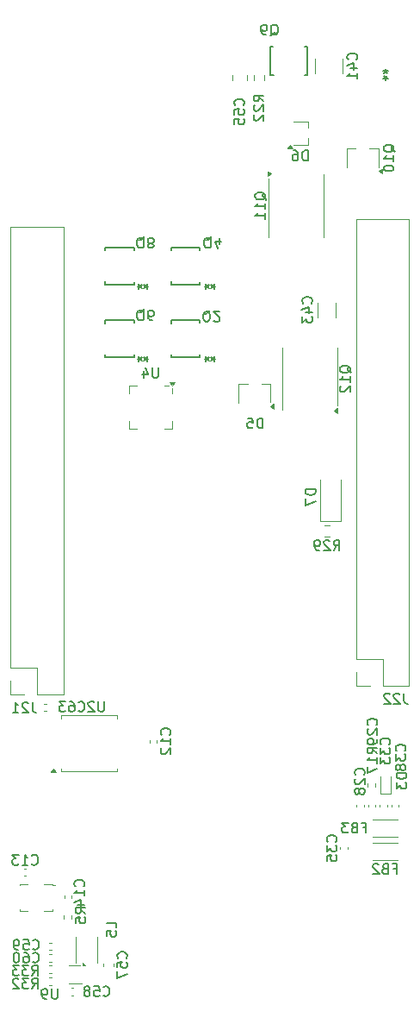
<source format=gbr>
%TF.GenerationSoftware,KiCad,Pcbnew,8.0.1*%
%TF.CreationDate,2024-10-20T18:03:53-07:00*%
%TF.ProjectId,POEPico,504f4550-6963-46f2-9e6b-696361645f70,rev?*%
%TF.SameCoordinates,Original*%
%TF.FileFunction,Legend,Bot*%
%TF.FilePolarity,Positive*%
%FSLAX46Y46*%
G04 Gerber Fmt 4.6, Leading zero omitted, Abs format (unit mm)*
G04 Created by KiCad (PCBNEW 8.0.1) date 2024-10-20 18:03:53*
%MOMM*%
%LPD*%
G01*
G04 APERTURE LIST*
%ADD10C,0.150000*%
%ADD11C,0.120000*%
%ADD12C,0.152400*%
%ADD13C,0.100000*%
G04 APERTURE END LIST*
D10*
X116847857Y-120342819D02*
X117181190Y-119866628D01*
X117419285Y-120342819D02*
X117419285Y-119342819D01*
X117419285Y-119342819D02*
X117038333Y-119342819D01*
X117038333Y-119342819D02*
X116943095Y-119390438D01*
X116943095Y-119390438D02*
X116895476Y-119438057D01*
X116895476Y-119438057D02*
X116847857Y-119533295D01*
X116847857Y-119533295D02*
X116847857Y-119676152D01*
X116847857Y-119676152D02*
X116895476Y-119771390D01*
X116895476Y-119771390D02*
X116943095Y-119819009D01*
X116943095Y-119819009D02*
X117038333Y-119866628D01*
X117038333Y-119866628D02*
X117419285Y-119866628D01*
X116514523Y-119342819D02*
X115895476Y-119342819D01*
X115895476Y-119342819D02*
X116228809Y-119723771D01*
X116228809Y-119723771D02*
X116085952Y-119723771D01*
X116085952Y-119723771D02*
X115990714Y-119771390D01*
X115990714Y-119771390D02*
X115943095Y-119819009D01*
X115943095Y-119819009D02*
X115895476Y-119914247D01*
X115895476Y-119914247D02*
X115895476Y-120152342D01*
X115895476Y-120152342D02*
X115943095Y-120247580D01*
X115943095Y-120247580D02*
X115990714Y-120295200D01*
X115990714Y-120295200D02*
X116085952Y-120342819D01*
X116085952Y-120342819D02*
X116371666Y-120342819D01*
X116371666Y-120342819D02*
X116466904Y-120295200D01*
X116466904Y-120295200D02*
X116514523Y-120247580D01*
X115562142Y-119342819D02*
X114943095Y-119342819D01*
X114943095Y-119342819D02*
X115276428Y-119723771D01*
X115276428Y-119723771D02*
X115133571Y-119723771D01*
X115133571Y-119723771D02*
X115038333Y-119771390D01*
X115038333Y-119771390D02*
X114990714Y-119819009D01*
X114990714Y-119819009D02*
X114943095Y-119914247D01*
X114943095Y-119914247D02*
X114943095Y-120152342D01*
X114943095Y-120152342D02*
X114990714Y-120247580D01*
X114990714Y-120247580D02*
X115038333Y-120295200D01*
X115038333Y-120295200D02*
X115133571Y-120342819D01*
X115133571Y-120342819D02*
X115419285Y-120342819D01*
X115419285Y-120342819D02*
X115514523Y-120295200D01*
X115514523Y-120295200D02*
X115562142Y-120247580D01*
X116847857Y-121612819D02*
X117181190Y-121136628D01*
X117419285Y-121612819D02*
X117419285Y-120612819D01*
X117419285Y-120612819D02*
X117038333Y-120612819D01*
X117038333Y-120612819D02*
X116943095Y-120660438D01*
X116943095Y-120660438D02*
X116895476Y-120708057D01*
X116895476Y-120708057D02*
X116847857Y-120803295D01*
X116847857Y-120803295D02*
X116847857Y-120946152D01*
X116847857Y-120946152D02*
X116895476Y-121041390D01*
X116895476Y-121041390D02*
X116943095Y-121089009D01*
X116943095Y-121089009D02*
X117038333Y-121136628D01*
X117038333Y-121136628D02*
X117419285Y-121136628D01*
X116514523Y-120612819D02*
X115895476Y-120612819D01*
X115895476Y-120612819D02*
X116228809Y-120993771D01*
X116228809Y-120993771D02*
X116085952Y-120993771D01*
X116085952Y-120993771D02*
X115990714Y-121041390D01*
X115990714Y-121041390D02*
X115943095Y-121089009D01*
X115943095Y-121089009D02*
X115895476Y-121184247D01*
X115895476Y-121184247D02*
X115895476Y-121422342D01*
X115895476Y-121422342D02*
X115943095Y-121517580D01*
X115943095Y-121517580D02*
X115990714Y-121565200D01*
X115990714Y-121565200D02*
X116085952Y-121612819D01*
X116085952Y-121612819D02*
X116371666Y-121612819D01*
X116371666Y-121612819D02*
X116466904Y-121565200D01*
X116466904Y-121565200D02*
X116514523Y-121517580D01*
X115514523Y-120708057D02*
X115466904Y-120660438D01*
X115466904Y-120660438D02*
X115371666Y-120612819D01*
X115371666Y-120612819D02*
X115133571Y-120612819D01*
X115133571Y-120612819D02*
X115038333Y-120660438D01*
X115038333Y-120660438D02*
X114990714Y-120708057D01*
X114990714Y-120708057D02*
X114943095Y-120803295D01*
X114943095Y-120803295D02*
X114943095Y-120898533D01*
X114943095Y-120898533D02*
X114990714Y-121041390D01*
X114990714Y-121041390D02*
X115562142Y-121612819D01*
X115562142Y-121612819D02*
X114943095Y-121612819D01*
X146513258Y-78608648D02*
X146846591Y-78132457D01*
X147084686Y-78608648D02*
X147084686Y-77608648D01*
X147084686Y-77608648D02*
X146703734Y-77608648D01*
X146703734Y-77608648D02*
X146608496Y-77656267D01*
X146608496Y-77656267D02*
X146560877Y-77703886D01*
X146560877Y-77703886D02*
X146513258Y-77799124D01*
X146513258Y-77799124D02*
X146513258Y-77941981D01*
X146513258Y-77941981D02*
X146560877Y-78037219D01*
X146560877Y-78037219D02*
X146608496Y-78084838D01*
X146608496Y-78084838D02*
X146703734Y-78132457D01*
X146703734Y-78132457D02*
X147084686Y-78132457D01*
X146132305Y-77703886D02*
X146084686Y-77656267D01*
X146084686Y-77656267D02*
X145989448Y-77608648D01*
X145989448Y-77608648D02*
X145751353Y-77608648D01*
X145751353Y-77608648D02*
X145656115Y-77656267D01*
X145656115Y-77656267D02*
X145608496Y-77703886D01*
X145608496Y-77703886D02*
X145560877Y-77799124D01*
X145560877Y-77799124D02*
X145560877Y-77894362D01*
X145560877Y-77894362D02*
X145608496Y-78037219D01*
X145608496Y-78037219D02*
X146179924Y-78608648D01*
X146179924Y-78608648D02*
X145560877Y-78608648D01*
X145084686Y-78608648D02*
X144894210Y-78608648D01*
X144894210Y-78608648D02*
X144798972Y-78561029D01*
X144798972Y-78561029D02*
X144751353Y-78513409D01*
X144751353Y-78513409D02*
X144656115Y-78370552D01*
X144656115Y-78370552D02*
X144608496Y-78180076D01*
X144608496Y-78180076D02*
X144608496Y-77799124D01*
X144608496Y-77799124D02*
X144656115Y-77703886D01*
X144656115Y-77703886D02*
X144703734Y-77656267D01*
X144703734Y-77656267D02*
X144798972Y-77608648D01*
X144798972Y-77608648D02*
X144989448Y-77608648D01*
X144989448Y-77608648D02*
X145084686Y-77656267D01*
X145084686Y-77656267D02*
X145132305Y-77703886D01*
X145132305Y-77703886D02*
X145179924Y-77799124D01*
X145179924Y-77799124D02*
X145179924Y-78037219D01*
X145179924Y-78037219D02*
X145132305Y-78132457D01*
X145132305Y-78132457D02*
X145084686Y-78180076D01*
X145084686Y-78180076D02*
X144989448Y-78227695D01*
X144989448Y-78227695D02*
X144798972Y-78227695D01*
X144798972Y-78227695D02*
X144703734Y-78180076D01*
X144703734Y-78180076D02*
X144656115Y-78132457D01*
X144656115Y-78132457D02*
X144608496Y-78037219D01*
X139646819Y-34536142D02*
X139170628Y-34202809D01*
X139646819Y-33964714D02*
X138646819Y-33964714D01*
X138646819Y-33964714D02*
X138646819Y-34345666D01*
X138646819Y-34345666D02*
X138694438Y-34440904D01*
X138694438Y-34440904D02*
X138742057Y-34488523D01*
X138742057Y-34488523D02*
X138837295Y-34536142D01*
X138837295Y-34536142D02*
X138980152Y-34536142D01*
X138980152Y-34536142D02*
X139075390Y-34488523D01*
X139075390Y-34488523D02*
X139123009Y-34440904D01*
X139123009Y-34440904D02*
X139170628Y-34345666D01*
X139170628Y-34345666D02*
X139170628Y-33964714D01*
X138742057Y-34917095D02*
X138694438Y-34964714D01*
X138694438Y-34964714D02*
X138646819Y-35059952D01*
X138646819Y-35059952D02*
X138646819Y-35298047D01*
X138646819Y-35298047D02*
X138694438Y-35393285D01*
X138694438Y-35393285D02*
X138742057Y-35440904D01*
X138742057Y-35440904D02*
X138837295Y-35488523D01*
X138837295Y-35488523D02*
X138932533Y-35488523D01*
X138932533Y-35488523D02*
X139075390Y-35440904D01*
X139075390Y-35440904D02*
X139646819Y-34869476D01*
X139646819Y-34869476D02*
X139646819Y-35488523D01*
X138742057Y-35869476D02*
X138694438Y-35917095D01*
X138694438Y-35917095D02*
X138646819Y-36012333D01*
X138646819Y-36012333D02*
X138646819Y-36250428D01*
X138646819Y-36250428D02*
X138694438Y-36345666D01*
X138694438Y-36345666D02*
X138742057Y-36393285D01*
X138742057Y-36393285D02*
X138837295Y-36440904D01*
X138837295Y-36440904D02*
X138932533Y-36440904D01*
X138932533Y-36440904D02*
X139075390Y-36393285D01*
X139075390Y-36393285D02*
X139646819Y-35821857D01*
X139646819Y-35821857D02*
X139646819Y-36440904D01*
X150822819Y-98544142D02*
X150346628Y-98210809D01*
X150822819Y-97972714D02*
X149822819Y-97972714D01*
X149822819Y-97972714D02*
X149822819Y-98353666D01*
X149822819Y-98353666D02*
X149870438Y-98448904D01*
X149870438Y-98448904D02*
X149918057Y-98496523D01*
X149918057Y-98496523D02*
X150013295Y-98544142D01*
X150013295Y-98544142D02*
X150156152Y-98544142D01*
X150156152Y-98544142D02*
X150251390Y-98496523D01*
X150251390Y-98496523D02*
X150299009Y-98448904D01*
X150299009Y-98448904D02*
X150346628Y-98353666D01*
X150346628Y-98353666D02*
X150346628Y-97972714D01*
X150822819Y-99496523D02*
X150822819Y-98925095D01*
X150822819Y-99210809D02*
X149822819Y-99210809D01*
X149822819Y-99210809D02*
X149965676Y-99115571D01*
X149965676Y-99115571D02*
X150060914Y-99020333D01*
X150060914Y-99020333D02*
X150108533Y-98925095D01*
X149822819Y-99829857D02*
X149822819Y-100496523D01*
X149822819Y-100496523D02*
X150822819Y-100067952D01*
X122120819Y-114260333D02*
X121644628Y-113927000D01*
X122120819Y-113688905D02*
X121120819Y-113688905D01*
X121120819Y-113688905D02*
X121120819Y-114069857D01*
X121120819Y-114069857D02*
X121168438Y-114165095D01*
X121168438Y-114165095D02*
X121216057Y-114212714D01*
X121216057Y-114212714D02*
X121311295Y-114260333D01*
X121311295Y-114260333D02*
X121454152Y-114260333D01*
X121454152Y-114260333D02*
X121549390Y-114212714D01*
X121549390Y-114212714D02*
X121597009Y-114165095D01*
X121597009Y-114165095D02*
X121644628Y-114069857D01*
X121644628Y-114069857D02*
X121644628Y-113688905D01*
X121120819Y-115165095D02*
X121120819Y-114688905D01*
X121120819Y-114688905D02*
X121597009Y-114641286D01*
X121597009Y-114641286D02*
X121549390Y-114688905D01*
X121549390Y-114688905D02*
X121501771Y-114784143D01*
X121501771Y-114784143D02*
X121501771Y-115022238D01*
X121501771Y-115022238D02*
X121549390Y-115117476D01*
X121549390Y-115117476D02*
X121597009Y-115165095D01*
X121597009Y-115165095D02*
X121692247Y-115212714D01*
X121692247Y-115212714D02*
X121930342Y-115212714D01*
X121930342Y-115212714D02*
X122025580Y-115165095D01*
X122025580Y-115165095D02*
X122073200Y-115117476D01*
X122073200Y-115117476D02*
X122120819Y-115022238D01*
X122120819Y-115022238D02*
X122120819Y-114784143D01*
X122120819Y-114784143D02*
X122073200Y-114688905D01*
X122073200Y-114688905D02*
X122025580Y-114641286D01*
X116924057Y-117707580D02*
X116971676Y-117755200D01*
X116971676Y-117755200D02*
X117114533Y-117802819D01*
X117114533Y-117802819D02*
X117209771Y-117802819D01*
X117209771Y-117802819D02*
X117352628Y-117755200D01*
X117352628Y-117755200D02*
X117447866Y-117659961D01*
X117447866Y-117659961D02*
X117495485Y-117564723D01*
X117495485Y-117564723D02*
X117543104Y-117374247D01*
X117543104Y-117374247D02*
X117543104Y-117231390D01*
X117543104Y-117231390D02*
X117495485Y-117040914D01*
X117495485Y-117040914D02*
X117447866Y-116945676D01*
X117447866Y-116945676D02*
X117352628Y-116850438D01*
X117352628Y-116850438D02*
X117209771Y-116802819D01*
X117209771Y-116802819D02*
X117114533Y-116802819D01*
X117114533Y-116802819D02*
X116971676Y-116850438D01*
X116971676Y-116850438D02*
X116924057Y-116898057D01*
X116019295Y-116802819D02*
X116495485Y-116802819D01*
X116495485Y-116802819D02*
X116543104Y-117279009D01*
X116543104Y-117279009D02*
X116495485Y-117231390D01*
X116495485Y-117231390D02*
X116400247Y-117183771D01*
X116400247Y-117183771D02*
X116162152Y-117183771D01*
X116162152Y-117183771D02*
X116066914Y-117231390D01*
X116066914Y-117231390D02*
X116019295Y-117279009D01*
X116019295Y-117279009D02*
X115971676Y-117374247D01*
X115971676Y-117374247D02*
X115971676Y-117612342D01*
X115971676Y-117612342D02*
X116019295Y-117707580D01*
X116019295Y-117707580D02*
X116066914Y-117755200D01*
X116066914Y-117755200D02*
X116162152Y-117802819D01*
X116162152Y-117802819D02*
X116400247Y-117802819D01*
X116400247Y-117802819D02*
X116495485Y-117755200D01*
X116495485Y-117755200D02*
X116543104Y-117707580D01*
X115495485Y-117802819D02*
X115305009Y-117802819D01*
X115305009Y-117802819D02*
X115209771Y-117755200D01*
X115209771Y-117755200D02*
X115162152Y-117707580D01*
X115162152Y-117707580D02*
X115066914Y-117564723D01*
X115066914Y-117564723D02*
X115019295Y-117374247D01*
X115019295Y-117374247D02*
X115019295Y-116993295D01*
X115019295Y-116993295D02*
X115066914Y-116898057D01*
X115066914Y-116898057D02*
X115114533Y-116850438D01*
X115114533Y-116850438D02*
X115209771Y-116802819D01*
X115209771Y-116802819D02*
X115400247Y-116802819D01*
X115400247Y-116802819D02*
X115495485Y-116850438D01*
X115495485Y-116850438D02*
X115543104Y-116898057D01*
X115543104Y-116898057D02*
X115590723Y-116993295D01*
X115590723Y-116993295D02*
X115590723Y-117231390D01*
X115590723Y-117231390D02*
X115543104Y-117326628D01*
X115543104Y-117326628D02*
X115495485Y-117374247D01*
X115495485Y-117374247D02*
X115400247Y-117421866D01*
X115400247Y-117421866D02*
X115209771Y-117421866D01*
X115209771Y-117421866D02*
X115114533Y-117374247D01*
X115114533Y-117374247D02*
X115066914Y-117326628D01*
X115066914Y-117326628D02*
X115019295Y-117231390D01*
X143983495Y-40363448D02*
X143983495Y-39363448D01*
X143983495Y-39363448D02*
X143745400Y-39363448D01*
X143745400Y-39363448D02*
X143602543Y-39411067D01*
X143602543Y-39411067D02*
X143507305Y-39506305D01*
X143507305Y-39506305D02*
X143459686Y-39601543D01*
X143459686Y-39601543D02*
X143412067Y-39792019D01*
X143412067Y-39792019D02*
X143412067Y-39934876D01*
X143412067Y-39934876D02*
X143459686Y-40125352D01*
X143459686Y-40125352D02*
X143507305Y-40220590D01*
X143507305Y-40220590D02*
X143602543Y-40315829D01*
X143602543Y-40315829D02*
X143745400Y-40363448D01*
X143745400Y-40363448D02*
X143983495Y-40363448D01*
X142554924Y-39363448D02*
X142745400Y-39363448D01*
X142745400Y-39363448D02*
X142840638Y-39411067D01*
X142840638Y-39411067D02*
X142888257Y-39458686D01*
X142888257Y-39458686D02*
X142983495Y-39601543D01*
X142983495Y-39601543D02*
X143031114Y-39792019D01*
X143031114Y-39792019D02*
X143031114Y-40172971D01*
X143031114Y-40172971D02*
X142983495Y-40268209D01*
X142983495Y-40268209D02*
X142935876Y-40315829D01*
X142935876Y-40315829D02*
X142840638Y-40363448D01*
X142840638Y-40363448D02*
X142650162Y-40363448D01*
X142650162Y-40363448D02*
X142554924Y-40315829D01*
X142554924Y-40315829D02*
X142507305Y-40268209D01*
X142507305Y-40268209D02*
X142459686Y-40172971D01*
X142459686Y-40172971D02*
X142459686Y-39934876D01*
X142459686Y-39934876D02*
X142507305Y-39839638D01*
X142507305Y-39839638D02*
X142554924Y-39792019D01*
X142554924Y-39792019D02*
X142650162Y-39744400D01*
X142650162Y-39744400D02*
X142840638Y-39744400D01*
X142840638Y-39744400D02*
X142935876Y-39792019D01*
X142935876Y-39792019D02*
X142983495Y-39839638D01*
X142983495Y-39839638D02*
X143031114Y-39934876D01*
X125168819Y-115657333D02*
X125168819Y-115181143D01*
X125168819Y-115181143D02*
X124168819Y-115181143D01*
X124168819Y-116466857D02*
X124168819Y-115990667D01*
X124168819Y-115990667D02*
X124645009Y-115943048D01*
X124645009Y-115943048D02*
X124597390Y-115990667D01*
X124597390Y-115990667D02*
X124549771Y-116085905D01*
X124549771Y-116085905D02*
X124549771Y-116324000D01*
X124549771Y-116324000D02*
X124597390Y-116419238D01*
X124597390Y-116419238D02*
X124645009Y-116466857D01*
X124645009Y-116466857D02*
X124740247Y-116514476D01*
X124740247Y-116514476D02*
X124978342Y-116514476D01*
X124978342Y-116514476D02*
X125073580Y-116466857D01*
X125073580Y-116466857D02*
X125121200Y-116419238D01*
X125121200Y-116419238D02*
X125168819Y-116324000D01*
X125168819Y-116324000D02*
X125168819Y-116085905D01*
X125168819Y-116085905D02*
X125121200Y-115990667D01*
X125121200Y-115990667D02*
X125073580Y-115943048D01*
X137646580Y-34917142D02*
X137694200Y-34869523D01*
X137694200Y-34869523D02*
X137741819Y-34726666D01*
X137741819Y-34726666D02*
X137741819Y-34631428D01*
X137741819Y-34631428D02*
X137694200Y-34488571D01*
X137694200Y-34488571D02*
X137598961Y-34393333D01*
X137598961Y-34393333D02*
X137503723Y-34345714D01*
X137503723Y-34345714D02*
X137313247Y-34298095D01*
X137313247Y-34298095D02*
X137170390Y-34298095D01*
X137170390Y-34298095D02*
X136979914Y-34345714D01*
X136979914Y-34345714D02*
X136884676Y-34393333D01*
X136884676Y-34393333D02*
X136789438Y-34488571D01*
X136789438Y-34488571D02*
X136741819Y-34631428D01*
X136741819Y-34631428D02*
X136741819Y-34726666D01*
X136741819Y-34726666D02*
X136789438Y-34869523D01*
X136789438Y-34869523D02*
X136837057Y-34917142D01*
X136741819Y-35821904D02*
X136741819Y-35345714D01*
X136741819Y-35345714D02*
X137218009Y-35298095D01*
X137218009Y-35298095D02*
X137170390Y-35345714D01*
X137170390Y-35345714D02*
X137122771Y-35440952D01*
X137122771Y-35440952D02*
X137122771Y-35679047D01*
X137122771Y-35679047D02*
X137170390Y-35774285D01*
X137170390Y-35774285D02*
X137218009Y-35821904D01*
X137218009Y-35821904D02*
X137313247Y-35869523D01*
X137313247Y-35869523D02*
X137551342Y-35869523D01*
X137551342Y-35869523D02*
X137646580Y-35821904D01*
X137646580Y-35821904D02*
X137694200Y-35774285D01*
X137694200Y-35774285D02*
X137741819Y-35679047D01*
X137741819Y-35679047D02*
X137741819Y-35440952D01*
X137741819Y-35440952D02*
X137694200Y-35345714D01*
X137694200Y-35345714D02*
X137646580Y-35298095D01*
X136741819Y-36774285D02*
X136741819Y-36298095D01*
X136741819Y-36298095D02*
X137218009Y-36250476D01*
X137218009Y-36250476D02*
X137170390Y-36298095D01*
X137170390Y-36298095D02*
X137122771Y-36393333D01*
X137122771Y-36393333D02*
X137122771Y-36631428D01*
X137122771Y-36631428D02*
X137170390Y-36726666D01*
X137170390Y-36726666D02*
X137218009Y-36774285D01*
X137218009Y-36774285D02*
X137313247Y-36821904D01*
X137313247Y-36821904D02*
X137551342Y-36821904D01*
X137551342Y-36821904D02*
X137646580Y-36774285D01*
X137646580Y-36774285D02*
X137694200Y-36726666D01*
X137694200Y-36726666D02*
X137741819Y-36631428D01*
X137741819Y-36631428D02*
X137741819Y-36393333D01*
X137741819Y-36393333D02*
X137694200Y-36298095D01*
X137694200Y-36298095D02*
X137646580Y-36250476D01*
X150727580Y-95750142D02*
X150775200Y-95702523D01*
X150775200Y-95702523D02*
X150822819Y-95559666D01*
X150822819Y-95559666D02*
X150822819Y-95464428D01*
X150822819Y-95464428D02*
X150775200Y-95321571D01*
X150775200Y-95321571D02*
X150679961Y-95226333D01*
X150679961Y-95226333D02*
X150584723Y-95178714D01*
X150584723Y-95178714D02*
X150394247Y-95131095D01*
X150394247Y-95131095D02*
X150251390Y-95131095D01*
X150251390Y-95131095D02*
X150060914Y-95178714D01*
X150060914Y-95178714D02*
X149965676Y-95226333D01*
X149965676Y-95226333D02*
X149870438Y-95321571D01*
X149870438Y-95321571D02*
X149822819Y-95464428D01*
X149822819Y-95464428D02*
X149822819Y-95559666D01*
X149822819Y-95559666D02*
X149870438Y-95702523D01*
X149870438Y-95702523D02*
X149918057Y-95750142D01*
X149918057Y-96131095D02*
X149870438Y-96178714D01*
X149870438Y-96178714D02*
X149822819Y-96273952D01*
X149822819Y-96273952D02*
X149822819Y-96512047D01*
X149822819Y-96512047D02*
X149870438Y-96607285D01*
X149870438Y-96607285D02*
X149918057Y-96654904D01*
X149918057Y-96654904D02*
X150013295Y-96702523D01*
X150013295Y-96702523D02*
X150108533Y-96702523D01*
X150108533Y-96702523D02*
X150251390Y-96654904D01*
X150251390Y-96654904D02*
X150822819Y-96083476D01*
X150822819Y-96083476D02*
X150822819Y-96702523D01*
X150822819Y-97178714D02*
X150822819Y-97369190D01*
X150822819Y-97369190D02*
X150775200Y-97464428D01*
X150775200Y-97464428D02*
X150727580Y-97512047D01*
X150727580Y-97512047D02*
X150584723Y-97607285D01*
X150584723Y-97607285D02*
X150394247Y-97654904D01*
X150394247Y-97654904D02*
X150013295Y-97654904D01*
X150013295Y-97654904D02*
X149918057Y-97607285D01*
X149918057Y-97607285D02*
X149870438Y-97559666D01*
X149870438Y-97559666D02*
X149822819Y-97464428D01*
X149822819Y-97464428D02*
X149822819Y-97273952D01*
X149822819Y-97273952D02*
X149870438Y-97178714D01*
X149870438Y-97178714D02*
X149918057Y-97131095D01*
X149918057Y-97131095D02*
X150013295Y-97083476D01*
X150013295Y-97083476D02*
X150251390Y-97083476D01*
X150251390Y-97083476D02*
X150346628Y-97131095D01*
X150346628Y-97131095D02*
X150394247Y-97178714D01*
X150394247Y-97178714D02*
X150441866Y-97273952D01*
X150441866Y-97273952D02*
X150441866Y-97464428D01*
X150441866Y-97464428D02*
X150394247Y-97559666D01*
X150394247Y-97559666D02*
X150346628Y-97607285D01*
X150346628Y-97607285D02*
X150251390Y-97654904D01*
X148769781Y-30438071D02*
X148817401Y-30390452D01*
X148817401Y-30390452D02*
X148865020Y-30247595D01*
X148865020Y-30247595D02*
X148865020Y-30152357D01*
X148865020Y-30152357D02*
X148817401Y-30009500D01*
X148817401Y-30009500D02*
X148722162Y-29914262D01*
X148722162Y-29914262D02*
X148626924Y-29866643D01*
X148626924Y-29866643D02*
X148436448Y-29819024D01*
X148436448Y-29819024D02*
X148293591Y-29819024D01*
X148293591Y-29819024D02*
X148103115Y-29866643D01*
X148103115Y-29866643D02*
X148007877Y-29914262D01*
X148007877Y-29914262D02*
X147912639Y-30009500D01*
X147912639Y-30009500D02*
X147865020Y-30152357D01*
X147865020Y-30152357D02*
X147865020Y-30247595D01*
X147865020Y-30247595D02*
X147912639Y-30390452D01*
X147912639Y-30390452D02*
X147960258Y-30438071D01*
X148198353Y-31295214D02*
X148865020Y-31295214D01*
X147817401Y-31057119D02*
X148531686Y-30819024D01*
X148531686Y-30819024D02*
X148531686Y-31438071D01*
X148865020Y-32342833D02*
X148865020Y-31771405D01*
X148865020Y-32057119D02*
X147865020Y-32057119D01*
X147865020Y-32057119D02*
X148007877Y-31961881D01*
X148007877Y-31961881D02*
X148103115Y-31866643D01*
X148103115Y-31866643D02*
X148150734Y-31771405D01*
X149395934Y-105814038D02*
X149729267Y-105814038D01*
X149729267Y-106337848D02*
X149729267Y-105337848D01*
X149729267Y-105337848D02*
X149253077Y-105337848D01*
X148538791Y-105814038D02*
X148395934Y-105861657D01*
X148395934Y-105861657D02*
X148348315Y-105909276D01*
X148348315Y-105909276D02*
X148300696Y-106004514D01*
X148300696Y-106004514D02*
X148300696Y-106147371D01*
X148300696Y-106147371D02*
X148348315Y-106242609D01*
X148348315Y-106242609D02*
X148395934Y-106290229D01*
X148395934Y-106290229D02*
X148491172Y-106337848D01*
X148491172Y-106337848D02*
X148872124Y-106337848D01*
X148872124Y-106337848D02*
X148872124Y-105337848D01*
X148872124Y-105337848D02*
X148538791Y-105337848D01*
X148538791Y-105337848D02*
X148443553Y-105385467D01*
X148443553Y-105385467D02*
X148395934Y-105433086D01*
X148395934Y-105433086D02*
X148348315Y-105528324D01*
X148348315Y-105528324D02*
X148348315Y-105623562D01*
X148348315Y-105623562D02*
X148395934Y-105718800D01*
X148395934Y-105718800D02*
X148443553Y-105766419D01*
X148443553Y-105766419D02*
X148538791Y-105814038D01*
X148538791Y-105814038D02*
X148872124Y-105814038D01*
X147967362Y-105337848D02*
X147348315Y-105337848D01*
X147348315Y-105337848D02*
X147681648Y-105718800D01*
X147681648Y-105718800D02*
X147538791Y-105718800D01*
X147538791Y-105718800D02*
X147443553Y-105766419D01*
X147443553Y-105766419D02*
X147395934Y-105814038D01*
X147395934Y-105814038D02*
X147348315Y-105909276D01*
X147348315Y-105909276D02*
X147348315Y-106147371D01*
X147348315Y-106147371D02*
X147395934Y-106242609D01*
X147395934Y-106242609D02*
X147443553Y-106290229D01*
X147443553Y-106290229D02*
X147538791Y-106337848D01*
X147538791Y-106337848D02*
X147824505Y-106337848D01*
X147824505Y-106337848D02*
X147919743Y-106290229D01*
X147919743Y-106290229D02*
X147967362Y-106242609D01*
X153702819Y-100468905D02*
X152702819Y-100468905D01*
X152702819Y-100468905D02*
X152702819Y-100707000D01*
X152702819Y-100707000D02*
X152750438Y-100849857D01*
X152750438Y-100849857D02*
X152845676Y-100945095D01*
X152845676Y-100945095D02*
X152940914Y-100992714D01*
X152940914Y-100992714D02*
X153131390Y-101040333D01*
X153131390Y-101040333D02*
X153274247Y-101040333D01*
X153274247Y-101040333D02*
X153464723Y-100992714D01*
X153464723Y-100992714D02*
X153559961Y-100945095D01*
X153559961Y-100945095D02*
X153655200Y-100849857D01*
X153655200Y-100849857D02*
X153702819Y-100707000D01*
X153702819Y-100707000D02*
X153702819Y-100468905D01*
X152702819Y-101373667D02*
X152702819Y-101992714D01*
X152702819Y-101992714D02*
X153083771Y-101659381D01*
X153083771Y-101659381D02*
X153083771Y-101802238D01*
X153083771Y-101802238D02*
X153131390Y-101897476D01*
X153131390Y-101897476D02*
X153179009Y-101945095D01*
X153179009Y-101945095D02*
X153274247Y-101992714D01*
X153274247Y-101992714D02*
X153512342Y-101992714D01*
X153512342Y-101992714D02*
X153607580Y-101945095D01*
X153607580Y-101945095D02*
X153655200Y-101897476D01*
X153655200Y-101897476D02*
X153702819Y-101802238D01*
X153702819Y-101802238D02*
X153702819Y-101516524D01*
X153702819Y-101516524D02*
X153655200Y-101421286D01*
X153655200Y-101421286D02*
X153607580Y-101373667D01*
X121419857Y-94339580D02*
X121467476Y-94387200D01*
X121467476Y-94387200D02*
X121610333Y-94434819D01*
X121610333Y-94434819D02*
X121705571Y-94434819D01*
X121705571Y-94434819D02*
X121848428Y-94387200D01*
X121848428Y-94387200D02*
X121943666Y-94291961D01*
X121943666Y-94291961D02*
X121991285Y-94196723D01*
X121991285Y-94196723D02*
X122038904Y-94006247D01*
X122038904Y-94006247D02*
X122038904Y-93863390D01*
X122038904Y-93863390D02*
X121991285Y-93672914D01*
X121991285Y-93672914D02*
X121943666Y-93577676D01*
X121943666Y-93577676D02*
X121848428Y-93482438D01*
X121848428Y-93482438D02*
X121705571Y-93434819D01*
X121705571Y-93434819D02*
X121610333Y-93434819D01*
X121610333Y-93434819D02*
X121467476Y-93482438D01*
X121467476Y-93482438D02*
X121419857Y-93530057D01*
X120562714Y-93434819D02*
X120753190Y-93434819D01*
X120753190Y-93434819D02*
X120848428Y-93482438D01*
X120848428Y-93482438D02*
X120896047Y-93530057D01*
X120896047Y-93530057D02*
X120991285Y-93672914D01*
X120991285Y-93672914D02*
X121038904Y-93863390D01*
X121038904Y-93863390D02*
X121038904Y-94244342D01*
X121038904Y-94244342D02*
X120991285Y-94339580D01*
X120991285Y-94339580D02*
X120943666Y-94387200D01*
X120943666Y-94387200D02*
X120848428Y-94434819D01*
X120848428Y-94434819D02*
X120657952Y-94434819D01*
X120657952Y-94434819D02*
X120562714Y-94387200D01*
X120562714Y-94387200D02*
X120515095Y-94339580D01*
X120515095Y-94339580D02*
X120467476Y-94244342D01*
X120467476Y-94244342D02*
X120467476Y-94006247D01*
X120467476Y-94006247D02*
X120515095Y-93911009D01*
X120515095Y-93911009D02*
X120562714Y-93863390D01*
X120562714Y-93863390D02*
X120657952Y-93815771D01*
X120657952Y-93815771D02*
X120848428Y-93815771D01*
X120848428Y-93815771D02*
X120943666Y-93863390D01*
X120943666Y-93863390D02*
X120991285Y-93911009D01*
X120991285Y-93911009D02*
X121038904Y-94006247D01*
X120134142Y-93434819D02*
X119515095Y-93434819D01*
X119515095Y-93434819D02*
X119848428Y-93815771D01*
X119848428Y-93815771D02*
X119705571Y-93815771D01*
X119705571Y-93815771D02*
X119610333Y-93863390D01*
X119610333Y-93863390D02*
X119562714Y-93911009D01*
X119562714Y-93911009D02*
X119515095Y-94006247D01*
X119515095Y-94006247D02*
X119515095Y-94244342D01*
X119515095Y-94244342D02*
X119562714Y-94339580D01*
X119562714Y-94339580D02*
X119610333Y-94387200D01*
X119610333Y-94387200D02*
X119705571Y-94434819D01*
X119705571Y-94434819D02*
X119991285Y-94434819D01*
X119991285Y-94434819D02*
X120086523Y-94387200D01*
X120086523Y-94387200D02*
X120134142Y-94339580D01*
X119379904Y-121628819D02*
X119379904Y-122438342D01*
X119379904Y-122438342D02*
X119332285Y-122533580D01*
X119332285Y-122533580D02*
X119284666Y-122581200D01*
X119284666Y-122581200D02*
X119189428Y-122628819D01*
X119189428Y-122628819D02*
X118998952Y-122628819D01*
X118998952Y-122628819D02*
X118903714Y-122581200D01*
X118903714Y-122581200D02*
X118856095Y-122533580D01*
X118856095Y-122533580D02*
X118808476Y-122438342D01*
X118808476Y-122438342D02*
X118808476Y-121628819D01*
X118284666Y-122628819D02*
X118094190Y-122628819D01*
X118094190Y-122628819D02*
X117998952Y-122581200D01*
X117998952Y-122581200D02*
X117951333Y-122533580D01*
X117951333Y-122533580D02*
X117856095Y-122390723D01*
X117856095Y-122390723D02*
X117808476Y-122200247D01*
X117808476Y-122200247D02*
X117808476Y-121819295D01*
X117808476Y-121819295D02*
X117856095Y-121724057D01*
X117856095Y-121724057D02*
X117903714Y-121676438D01*
X117903714Y-121676438D02*
X117998952Y-121628819D01*
X117998952Y-121628819D02*
X118189428Y-121628819D01*
X118189428Y-121628819D02*
X118284666Y-121676438D01*
X118284666Y-121676438D02*
X118332285Y-121724057D01*
X118332285Y-121724057D02*
X118379904Y-121819295D01*
X118379904Y-121819295D02*
X118379904Y-122057390D01*
X118379904Y-122057390D02*
X118332285Y-122152628D01*
X118332285Y-122152628D02*
X118284666Y-122200247D01*
X118284666Y-122200247D02*
X118189428Y-122247866D01*
X118189428Y-122247866D02*
X117998952Y-122247866D01*
X117998952Y-122247866D02*
X117903714Y-122200247D01*
X117903714Y-122200247D02*
X117856095Y-122152628D01*
X117856095Y-122152628D02*
X117808476Y-122057390D01*
X152525458Y-39540200D02*
X152477839Y-39444962D01*
X152477839Y-39444962D02*
X152382601Y-39349724D01*
X152382601Y-39349724D02*
X152239743Y-39206867D01*
X152239743Y-39206867D02*
X152192124Y-39111629D01*
X152192124Y-39111629D02*
X152192124Y-39016391D01*
X152430220Y-39064010D02*
X152382601Y-38968772D01*
X152382601Y-38968772D02*
X152287362Y-38873534D01*
X152287362Y-38873534D02*
X152096886Y-38825915D01*
X152096886Y-38825915D02*
X151763553Y-38825915D01*
X151763553Y-38825915D02*
X151573077Y-38873534D01*
X151573077Y-38873534D02*
X151477839Y-38968772D01*
X151477839Y-38968772D02*
X151430220Y-39064010D01*
X151430220Y-39064010D02*
X151430220Y-39254486D01*
X151430220Y-39254486D02*
X151477839Y-39349724D01*
X151477839Y-39349724D02*
X151573077Y-39444962D01*
X151573077Y-39444962D02*
X151763553Y-39492581D01*
X151763553Y-39492581D02*
X152096886Y-39492581D01*
X152096886Y-39492581D02*
X152287362Y-39444962D01*
X152287362Y-39444962D02*
X152382601Y-39349724D01*
X152382601Y-39349724D02*
X152430220Y-39254486D01*
X152430220Y-39254486D02*
X152430220Y-39064010D01*
X152430220Y-40444962D02*
X152430220Y-39873534D01*
X152430220Y-40159248D02*
X151430220Y-40159248D01*
X151430220Y-40159248D02*
X151573077Y-40064010D01*
X151573077Y-40064010D02*
X151668315Y-39968772D01*
X151668315Y-39968772D02*
X151715934Y-39873534D01*
X151430220Y-41064010D02*
X151430220Y-41159248D01*
X151430220Y-41159248D02*
X151477839Y-41254486D01*
X151477839Y-41254486D02*
X151525458Y-41302105D01*
X151525458Y-41302105D02*
X151620696Y-41349724D01*
X151620696Y-41349724D02*
X151811172Y-41397343D01*
X151811172Y-41397343D02*
X152049267Y-41397343D01*
X152049267Y-41397343D02*
X152239743Y-41349724D01*
X152239743Y-41349724D02*
X152334981Y-41302105D01*
X152334981Y-41302105D02*
X152382601Y-41254486D01*
X152382601Y-41254486D02*
X152430220Y-41159248D01*
X152430220Y-41159248D02*
X152430220Y-41064010D01*
X152430220Y-41064010D02*
X152382601Y-40968772D01*
X152382601Y-40968772D02*
X152334981Y-40921153D01*
X152334981Y-40921153D02*
X152239743Y-40873534D01*
X152239743Y-40873534D02*
X152049267Y-40825915D01*
X152049267Y-40825915D02*
X151811172Y-40825915D01*
X151811172Y-40825915D02*
X151620696Y-40873534D01*
X151620696Y-40873534D02*
X151525458Y-40921153D01*
X151525458Y-40921153D02*
X151477839Y-40968772D01*
X151477839Y-40968772D02*
X151430220Y-41064010D01*
X127920761Y-47836942D02*
X127825523Y-47884561D01*
X127825523Y-47884561D02*
X127730285Y-47979800D01*
X127730285Y-47979800D02*
X127587428Y-48122657D01*
X127587428Y-48122657D02*
X127492190Y-48170276D01*
X127492190Y-48170276D02*
X127396952Y-48170276D01*
X127444571Y-47932180D02*
X127349333Y-47979800D01*
X127349333Y-47979800D02*
X127254095Y-48075038D01*
X127254095Y-48075038D02*
X127206476Y-48265514D01*
X127206476Y-48265514D02*
X127206476Y-48598847D01*
X127206476Y-48598847D02*
X127254095Y-48789323D01*
X127254095Y-48789323D02*
X127349333Y-48884561D01*
X127349333Y-48884561D02*
X127444571Y-48932180D01*
X127444571Y-48932180D02*
X127635047Y-48932180D01*
X127635047Y-48932180D02*
X127730285Y-48884561D01*
X127730285Y-48884561D02*
X127825523Y-48789323D01*
X127825523Y-48789323D02*
X127873142Y-48598847D01*
X127873142Y-48598847D02*
X127873142Y-48265514D01*
X127873142Y-48265514D02*
X127825523Y-48075038D01*
X127825523Y-48075038D02*
X127730285Y-47979800D01*
X127730285Y-47979800D02*
X127635047Y-47932180D01*
X127635047Y-47932180D02*
X127444571Y-47932180D01*
X128444571Y-48503609D02*
X128349333Y-48551228D01*
X128349333Y-48551228D02*
X128301714Y-48598847D01*
X128301714Y-48598847D02*
X128254095Y-48694085D01*
X128254095Y-48694085D02*
X128254095Y-48741704D01*
X128254095Y-48741704D02*
X128301714Y-48836942D01*
X128301714Y-48836942D02*
X128349333Y-48884561D01*
X128349333Y-48884561D02*
X128444571Y-48932180D01*
X128444571Y-48932180D02*
X128635047Y-48932180D01*
X128635047Y-48932180D02*
X128730285Y-48884561D01*
X128730285Y-48884561D02*
X128777904Y-48836942D01*
X128777904Y-48836942D02*
X128825523Y-48741704D01*
X128825523Y-48741704D02*
X128825523Y-48694085D01*
X128825523Y-48694085D02*
X128777904Y-48598847D01*
X128777904Y-48598847D02*
X128730285Y-48551228D01*
X128730285Y-48551228D02*
X128635047Y-48503609D01*
X128635047Y-48503609D02*
X128444571Y-48503609D01*
X128444571Y-48503609D02*
X128349333Y-48455990D01*
X128349333Y-48455990D02*
X128301714Y-48408371D01*
X128301714Y-48408371D02*
X128254095Y-48313133D01*
X128254095Y-48313133D02*
X128254095Y-48122657D01*
X128254095Y-48122657D02*
X128301714Y-48027419D01*
X128301714Y-48027419D02*
X128349333Y-47979800D01*
X128349333Y-47979800D02*
X128444571Y-47932180D01*
X128444571Y-47932180D02*
X128635047Y-47932180D01*
X128635047Y-47932180D02*
X128730285Y-47979800D01*
X128730285Y-47979800D02*
X128777904Y-48027419D01*
X128777904Y-48027419D02*
X128825523Y-48122657D01*
X128825523Y-48122657D02*
X128825523Y-48313133D01*
X128825523Y-48313133D02*
X128777904Y-48408371D01*
X128777904Y-48408371D02*
X128730285Y-48455990D01*
X128730285Y-48455990D02*
X128635047Y-48503609D01*
X127216819Y-52705000D02*
X127454914Y-52705000D01*
X127359676Y-52466905D02*
X127454914Y-52705000D01*
X127454914Y-52705000D02*
X127359676Y-52943095D01*
X127645390Y-52562143D02*
X127454914Y-52705000D01*
X127454914Y-52705000D02*
X127645390Y-52847857D01*
X128307180Y-52704999D02*
X128069085Y-52704999D01*
X128164323Y-52943094D02*
X128069085Y-52704999D01*
X128069085Y-52704999D02*
X128164323Y-52466904D01*
X127878609Y-52847856D02*
X128069085Y-52704999D01*
X128069085Y-52704999D02*
X127878609Y-52562142D01*
X134397761Y-55075942D02*
X134302523Y-55123561D01*
X134302523Y-55123561D02*
X134207285Y-55218800D01*
X134207285Y-55218800D02*
X134064428Y-55361657D01*
X134064428Y-55361657D02*
X133969190Y-55409276D01*
X133969190Y-55409276D02*
X133873952Y-55409276D01*
X133921571Y-55171180D02*
X133826333Y-55218800D01*
X133826333Y-55218800D02*
X133731095Y-55314038D01*
X133731095Y-55314038D02*
X133683476Y-55504514D01*
X133683476Y-55504514D02*
X133683476Y-55837847D01*
X133683476Y-55837847D02*
X133731095Y-56028323D01*
X133731095Y-56028323D02*
X133826333Y-56123561D01*
X133826333Y-56123561D02*
X133921571Y-56171180D01*
X133921571Y-56171180D02*
X134112047Y-56171180D01*
X134112047Y-56171180D02*
X134207285Y-56123561D01*
X134207285Y-56123561D02*
X134302523Y-56028323D01*
X134302523Y-56028323D02*
X134350142Y-55837847D01*
X134350142Y-55837847D02*
X134350142Y-55504514D01*
X134350142Y-55504514D02*
X134302523Y-55314038D01*
X134302523Y-55314038D02*
X134207285Y-55218800D01*
X134207285Y-55218800D02*
X134112047Y-55171180D01*
X134112047Y-55171180D02*
X133921571Y-55171180D01*
X134731095Y-56075942D02*
X134778714Y-56123561D01*
X134778714Y-56123561D02*
X134873952Y-56171180D01*
X134873952Y-56171180D02*
X135112047Y-56171180D01*
X135112047Y-56171180D02*
X135207285Y-56123561D01*
X135207285Y-56123561D02*
X135254904Y-56075942D01*
X135254904Y-56075942D02*
X135302523Y-55980704D01*
X135302523Y-55980704D02*
X135302523Y-55885466D01*
X135302523Y-55885466D02*
X135254904Y-55742609D01*
X135254904Y-55742609D02*
X134683476Y-55171180D01*
X134683476Y-55171180D02*
X135302523Y-55171180D01*
X134911180Y-59816999D02*
X134673085Y-59816999D01*
X134768323Y-60055094D02*
X134673085Y-59816999D01*
X134673085Y-59816999D02*
X134768323Y-59578904D01*
X134482609Y-59959856D02*
X134673085Y-59816999D01*
X134673085Y-59816999D02*
X134482609Y-59674142D01*
X133820819Y-59817000D02*
X134058914Y-59817000D01*
X133963676Y-59578905D02*
X134058914Y-59817000D01*
X134058914Y-59817000D02*
X133963676Y-60055095D01*
X134249390Y-59674143D02*
X134058914Y-59817000D01*
X134058914Y-59817000D02*
X134249390Y-59959857D01*
X151997580Y-97655142D02*
X152045200Y-97607523D01*
X152045200Y-97607523D02*
X152092819Y-97464666D01*
X152092819Y-97464666D02*
X152092819Y-97369428D01*
X152092819Y-97369428D02*
X152045200Y-97226571D01*
X152045200Y-97226571D02*
X151949961Y-97131333D01*
X151949961Y-97131333D02*
X151854723Y-97083714D01*
X151854723Y-97083714D02*
X151664247Y-97036095D01*
X151664247Y-97036095D02*
X151521390Y-97036095D01*
X151521390Y-97036095D02*
X151330914Y-97083714D01*
X151330914Y-97083714D02*
X151235676Y-97131333D01*
X151235676Y-97131333D02*
X151140438Y-97226571D01*
X151140438Y-97226571D02*
X151092819Y-97369428D01*
X151092819Y-97369428D02*
X151092819Y-97464666D01*
X151092819Y-97464666D02*
X151140438Y-97607523D01*
X151140438Y-97607523D02*
X151188057Y-97655142D01*
X151092819Y-97988476D02*
X151092819Y-98607523D01*
X151092819Y-98607523D02*
X151473771Y-98274190D01*
X151473771Y-98274190D02*
X151473771Y-98417047D01*
X151473771Y-98417047D02*
X151521390Y-98512285D01*
X151521390Y-98512285D02*
X151569009Y-98559904D01*
X151569009Y-98559904D02*
X151664247Y-98607523D01*
X151664247Y-98607523D02*
X151902342Y-98607523D01*
X151902342Y-98607523D02*
X151997580Y-98559904D01*
X151997580Y-98559904D02*
X152045200Y-98512285D01*
X152045200Y-98512285D02*
X152092819Y-98417047D01*
X152092819Y-98417047D02*
X152092819Y-98131333D01*
X152092819Y-98131333D02*
X152045200Y-98036095D01*
X152045200Y-98036095D02*
X151997580Y-97988476D01*
X151092819Y-98940857D02*
X151092819Y-99559904D01*
X151092819Y-99559904D02*
X151473771Y-99226571D01*
X151473771Y-99226571D02*
X151473771Y-99369428D01*
X151473771Y-99369428D02*
X151521390Y-99464666D01*
X151521390Y-99464666D02*
X151569009Y-99512285D01*
X151569009Y-99512285D02*
X151664247Y-99559904D01*
X151664247Y-99559904D02*
X151902342Y-99559904D01*
X151902342Y-99559904D02*
X151997580Y-99512285D01*
X151997580Y-99512285D02*
X152045200Y-99464666D01*
X152045200Y-99464666D02*
X152092819Y-99369428D01*
X152092819Y-99369428D02*
X152092819Y-99083714D01*
X152092819Y-99083714D02*
X152045200Y-98988476D01*
X152045200Y-98988476D02*
X151997580Y-98940857D01*
X123871657Y-122296980D02*
X123919276Y-122344600D01*
X123919276Y-122344600D02*
X124062133Y-122392219D01*
X124062133Y-122392219D02*
X124157371Y-122392219D01*
X124157371Y-122392219D02*
X124300228Y-122344600D01*
X124300228Y-122344600D02*
X124395466Y-122249361D01*
X124395466Y-122249361D02*
X124443085Y-122154123D01*
X124443085Y-122154123D02*
X124490704Y-121963647D01*
X124490704Y-121963647D02*
X124490704Y-121820790D01*
X124490704Y-121820790D02*
X124443085Y-121630314D01*
X124443085Y-121630314D02*
X124395466Y-121535076D01*
X124395466Y-121535076D02*
X124300228Y-121439838D01*
X124300228Y-121439838D02*
X124157371Y-121392219D01*
X124157371Y-121392219D02*
X124062133Y-121392219D01*
X124062133Y-121392219D02*
X123919276Y-121439838D01*
X123919276Y-121439838D02*
X123871657Y-121487457D01*
X122966895Y-121392219D02*
X123443085Y-121392219D01*
X123443085Y-121392219D02*
X123490704Y-121868409D01*
X123490704Y-121868409D02*
X123443085Y-121820790D01*
X123443085Y-121820790D02*
X123347847Y-121773171D01*
X123347847Y-121773171D02*
X123109752Y-121773171D01*
X123109752Y-121773171D02*
X123014514Y-121820790D01*
X123014514Y-121820790D02*
X122966895Y-121868409D01*
X122966895Y-121868409D02*
X122919276Y-121963647D01*
X122919276Y-121963647D02*
X122919276Y-122201742D01*
X122919276Y-122201742D02*
X122966895Y-122296980D01*
X122966895Y-122296980D02*
X123014514Y-122344600D01*
X123014514Y-122344600D02*
X123109752Y-122392219D01*
X123109752Y-122392219D02*
X123347847Y-122392219D01*
X123347847Y-122392219D02*
X123443085Y-122344600D01*
X123443085Y-122344600D02*
X123490704Y-122296980D01*
X122347847Y-121820790D02*
X122443085Y-121773171D01*
X122443085Y-121773171D02*
X122490704Y-121725552D01*
X122490704Y-121725552D02*
X122538323Y-121630314D01*
X122538323Y-121630314D02*
X122538323Y-121582695D01*
X122538323Y-121582695D02*
X122490704Y-121487457D01*
X122490704Y-121487457D02*
X122443085Y-121439838D01*
X122443085Y-121439838D02*
X122347847Y-121392219D01*
X122347847Y-121392219D02*
X122157371Y-121392219D01*
X122157371Y-121392219D02*
X122062133Y-121439838D01*
X122062133Y-121439838D02*
X122014514Y-121487457D01*
X122014514Y-121487457D02*
X121966895Y-121582695D01*
X121966895Y-121582695D02*
X121966895Y-121630314D01*
X121966895Y-121630314D02*
X122014514Y-121725552D01*
X122014514Y-121725552D02*
X122062133Y-121773171D01*
X122062133Y-121773171D02*
X122157371Y-121820790D01*
X122157371Y-121820790D02*
X122347847Y-121820790D01*
X122347847Y-121820790D02*
X122443085Y-121868409D01*
X122443085Y-121868409D02*
X122490704Y-121916028D01*
X122490704Y-121916028D02*
X122538323Y-122011266D01*
X122538323Y-122011266D02*
X122538323Y-122201742D01*
X122538323Y-122201742D02*
X122490704Y-122296980D01*
X122490704Y-122296980D02*
X122443085Y-122344600D01*
X122443085Y-122344600D02*
X122347847Y-122392219D01*
X122347847Y-122392219D02*
X122157371Y-122392219D01*
X122157371Y-122392219D02*
X122062133Y-122344600D01*
X122062133Y-122344600D02*
X122014514Y-122296980D01*
X122014514Y-122296980D02*
X121966895Y-122201742D01*
X121966895Y-122201742D02*
X121966895Y-122011266D01*
X121966895Y-122011266D02*
X122014514Y-121916028D01*
X122014514Y-121916028D02*
X122062133Y-121868409D01*
X122062133Y-121868409D02*
X122157371Y-121820790D01*
X134524761Y-47836942D02*
X134429523Y-47884561D01*
X134429523Y-47884561D02*
X134334285Y-47979800D01*
X134334285Y-47979800D02*
X134191428Y-48122657D01*
X134191428Y-48122657D02*
X134096190Y-48170276D01*
X134096190Y-48170276D02*
X134000952Y-48170276D01*
X134048571Y-47932180D02*
X133953333Y-47979800D01*
X133953333Y-47979800D02*
X133858095Y-48075038D01*
X133858095Y-48075038D02*
X133810476Y-48265514D01*
X133810476Y-48265514D02*
X133810476Y-48598847D01*
X133810476Y-48598847D02*
X133858095Y-48789323D01*
X133858095Y-48789323D02*
X133953333Y-48884561D01*
X133953333Y-48884561D02*
X134048571Y-48932180D01*
X134048571Y-48932180D02*
X134239047Y-48932180D01*
X134239047Y-48932180D02*
X134334285Y-48884561D01*
X134334285Y-48884561D02*
X134429523Y-48789323D01*
X134429523Y-48789323D02*
X134477142Y-48598847D01*
X134477142Y-48598847D02*
X134477142Y-48265514D01*
X134477142Y-48265514D02*
X134429523Y-48075038D01*
X134429523Y-48075038D02*
X134334285Y-47979800D01*
X134334285Y-47979800D02*
X134239047Y-47932180D01*
X134239047Y-47932180D02*
X134048571Y-47932180D01*
X135334285Y-48598847D02*
X135334285Y-47932180D01*
X135096190Y-48979800D02*
X134858095Y-48265514D01*
X134858095Y-48265514D02*
X135477142Y-48265514D01*
X134911180Y-52704999D02*
X134673085Y-52704999D01*
X134768323Y-52943094D02*
X134673085Y-52704999D01*
X134673085Y-52704999D02*
X134768323Y-52466904D01*
X134482609Y-52847856D02*
X134673085Y-52704999D01*
X134673085Y-52704999D02*
X134482609Y-52562142D01*
X133820819Y-52705000D02*
X134058914Y-52705000D01*
X133963676Y-52466905D02*
X134058914Y-52705000D01*
X134058914Y-52705000D02*
X133963676Y-52943095D01*
X134249390Y-52562143D02*
X134058914Y-52705000D01*
X134058914Y-52705000D02*
X134249390Y-52847857D01*
X139549094Y-66621819D02*
X139549094Y-65621819D01*
X139549094Y-65621819D02*
X139310999Y-65621819D01*
X139310999Y-65621819D02*
X139168142Y-65669438D01*
X139168142Y-65669438D02*
X139072904Y-65764676D01*
X139072904Y-65764676D02*
X139025285Y-65859914D01*
X139025285Y-65859914D02*
X138977666Y-66050390D01*
X138977666Y-66050390D02*
X138977666Y-66193247D01*
X138977666Y-66193247D02*
X139025285Y-66383723D01*
X139025285Y-66383723D02*
X139072904Y-66478961D01*
X139072904Y-66478961D02*
X139168142Y-66574200D01*
X139168142Y-66574200D02*
X139310999Y-66621819D01*
X139310999Y-66621819D02*
X139549094Y-66621819D01*
X138072904Y-65621819D02*
X138549094Y-65621819D01*
X138549094Y-65621819D02*
X138596713Y-66098009D01*
X138596713Y-66098009D02*
X138549094Y-66050390D01*
X138549094Y-66050390D02*
X138453856Y-66002771D01*
X138453856Y-66002771D02*
X138215761Y-66002771D01*
X138215761Y-66002771D02*
X138120523Y-66050390D01*
X138120523Y-66050390D02*
X138072904Y-66098009D01*
X138072904Y-66098009D02*
X138025285Y-66193247D01*
X138025285Y-66193247D02*
X138025285Y-66431342D01*
X138025285Y-66431342D02*
X138072904Y-66526580D01*
X138072904Y-66526580D02*
X138120523Y-66574200D01*
X138120523Y-66574200D02*
X138215761Y-66621819D01*
X138215761Y-66621819D02*
X138453856Y-66621819D01*
X138453856Y-66621819D02*
X138549094Y-66574200D01*
X138549094Y-66574200D02*
X138596713Y-66526580D01*
X146746181Y-107198571D02*
X146793801Y-107150952D01*
X146793801Y-107150952D02*
X146841420Y-107008095D01*
X146841420Y-107008095D02*
X146841420Y-106912857D01*
X146841420Y-106912857D02*
X146793801Y-106770000D01*
X146793801Y-106770000D02*
X146698562Y-106674762D01*
X146698562Y-106674762D02*
X146603324Y-106627143D01*
X146603324Y-106627143D02*
X146412848Y-106579524D01*
X146412848Y-106579524D02*
X146269991Y-106579524D01*
X146269991Y-106579524D02*
X146079515Y-106627143D01*
X146079515Y-106627143D02*
X145984277Y-106674762D01*
X145984277Y-106674762D02*
X145889039Y-106770000D01*
X145889039Y-106770000D02*
X145841420Y-106912857D01*
X145841420Y-106912857D02*
X145841420Y-107008095D01*
X145841420Y-107008095D02*
X145889039Y-107150952D01*
X145889039Y-107150952D02*
X145936658Y-107198571D01*
X145841420Y-107531905D02*
X145841420Y-108150952D01*
X145841420Y-108150952D02*
X146222372Y-107817619D01*
X146222372Y-107817619D02*
X146222372Y-107960476D01*
X146222372Y-107960476D02*
X146269991Y-108055714D01*
X146269991Y-108055714D02*
X146317610Y-108103333D01*
X146317610Y-108103333D02*
X146412848Y-108150952D01*
X146412848Y-108150952D02*
X146650943Y-108150952D01*
X146650943Y-108150952D02*
X146746181Y-108103333D01*
X146746181Y-108103333D02*
X146793801Y-108055714D01*
X146793801Y-108055714D02*
X146841420Y-107960476D01*
X146841420Y-107960476D02*
X146841420Y-107674762D01*
X146841420Y-107674762D02*
X146793801Y-107579524D01*
X146793801Y-107579524D02*
X146746181Y-107531905D01*
X145841420Y-109055714D02*
X145841420Y-108579524D01*
X145841420Y-108579524D02*
X146317610Y-108531905D01*
X146317610Y-108531905D02*
X146269991Y-108579524D01*
X146269991Y-108579524D02*
X146222372Y-108674762D01*
X146222372Y-108674762D02*
X146222372Y-108912857D01*
X146222372Y-108912857D02*
X146269991Y-109008095D01*
X146269991Y-109008095D02*
X146317610Y-109055714D01*
X146317610Y-109055714D02*
X146412848Y-109103333D01*
X146412848Y-109103333D02*
X146650943Y-109103333D01*
X146650943Y-109103333D02*
X146746181Y-109055714D01*
X146746181Y-109055714D02*
X146793801Y-109008095D01*
X146793801Y-109008095D02*
X146841420Y-108912857D01*
X146841420Y-108912857D02*
X146841420Y-108674762D01*
X146841420Y-108674762D02*
X146793801Y-108579524D01*
X146793801Y-108579524D02*
X146746181Y-108531905D01*
X121921981Y-111564771D02*
X121969601Y-111517152D01*
X121969601Y-111517152D02*
X122017220Y-111374295D01*
X122017220Y-111374295D02*
X122017220Y-111279057D01*
X122017220Y-111279057D02*
X121969601Y-111136200D01*
X121969601Y-111136200D02*
X121874362Y-111040962D01*
X121874362Y-111040962D02*
X121779124Y-110993343D01*
X121779124Y-110993343D02*
X121588648Y-110945724D01*
X121588648Y-110945724D02*
X121445791Y-110945724D01*
X121445791Y-110945724D02*
X121255315Y-110993343D01*
X121255315Y-110993343D02*
X121160077Y-111040962D01*
X121160077Y-111040962D02*
X121064839Y-111136200D01*
X121064839Y-111136200D02*
X121017220Y-111279057D01*
X121017220Y-111279057D02*
X121017220Y-111374295D01*
X121017220Y-111374295D02*
X121064839Y-111517152D01*
X121064839Y-111517152D02*
X121112458Y-111564771D01*
X122017220Y-112517152D02*
X122017220Y-111945724D01*
X122017220Y-112231438D02*
X121017220Y-112231438D01*
X121017220Y-112231438D02*
X121160077Y-112136200D01*
X121160077Y-112136200D02*
X121255315Y-112040962D01*
X121255315Y-112040962D02*
X121302934Y-111945724D01*
X121350553Y-113374295D02*
X122017220Y-113374295D01*
X120969601Y-113136200D02*
X121683886Y-112898105D01*
X121683886Y-112898105D02*
X121683886Y-113517152D01*
X152430134Y-109852638D02*
X152763467Y-109852638D01*
X152763467Y-110376448D02*
X152763467Y-109376448D01*
X152763467Y-109376448D02*
X152287277Y-109376448D01*
X151572991Y-109852638D02*
X151430134Y-109900257D01*
X151430134Y-109900257D02*
X151382515Y-109947876D01*
X151382515Y-109947876D02*
X151334896Y-110043114D01*
X151334896Y-110043114D02*
X151334896Y-110185971D01*
X151334896Y-110185971D02*
X151382515Y-110281209D01*
X151382515Y-110281209D02*
X151430134Y-110328829D01*
X151430134Y-110328829D02*
X151525372Y-110376448D01*
X151525372Y-110376448D02*
X151906324Y-110376448D01*
X151906324Y-110376448D02*
X151906324Y-109376448D01*
X151906324Y-109376448D02*
X151572991Y-109376448D01*
X151572991Y-109376448D02*
X151477753Y-109424067D01*
X151477753Y-109424067D02*
X151430134Y-109471686D01*
X151430134Y-109471686D02*
X151382515Y-109566924D01*
X151382515Y-109566924D02*
X151382515Y-109662162D01*
X151382515Y-109662162D02*
X151430134Y-109757400D01*
X151430134Y-109757400D02*
X151477753Y-109805019D01*
X151477753Y-109805019D02*
X151572991Y-109852638D01*
X151572991Y-109852638D02*
X151906324Y-109852638D01*
X150953943Y-109471686D02*
X150906324Y-109424067D01*
X150906324Y-109424067D02*
X150811086Y-109376448D01*
X150811086Y-109376448D02*
X150572991Y-109376448D01*
X150572991Y-109376448D02*
X150477753Y-109424067D01*
X150477753Y-109424067D02*
X150430134Y-109471686D01*
X150430134Y-109471686D02*
X150382515Y-109566924D01*
X150382515Y-109566924D02*
X150382515Y-109662162D01*
X150382515Y-109662162D02*
X150430134Y-109805019D01*
X150430134Y-109805019D02*
X151001562Y-110376448D01*
X151001562Y-110376448D02*
X150382515Y-110376448D01*
X139875458Y-44215200D02*
X139827839Y-44119962D01*
X139827839Y-44119962D02*
X139732601Y-44024724D01*
X139732601Y-44024724D02*
X139589743Y-43881867D01*
X139589743Y-43881867D02*
X139542124Y-43786629D01*
X139542124Y-43786629D02*
X139542124Y-43691391D01*
X139780220Y-43739010D02*
X139732601Y-43643772D01*
X139732601Y-43643772D02*
X139637362Y-43548534D01*
X139637362Y-43548534D02*
X139446886Y-43500915D01*
X139446886Y-43500915D02*
X139113553Y-43500915D01*
X139113553Y-43500915D02*
X138923077Y-43548534D01*
X138923077Y-43548534D02*
X138827839Y-43643772D01*
X138827839Y-43643772D02*
X138780220Y-43739010D01*
X138780220Y-43739010D02*
X138780220Y-43929486D01*
X138780220Y-43929486D02*
X138827839Y-44024724D01*
X138827839Y-44024724D02*
X138923077Y-44119962D01*
X138923077Y-44119962D02*
X139113553Y-44167581D01*
X139113553Y-44167581D02*
X139446886Y-44167581D01*
X139446886Y-44167581D02*
X139637362Y-44119962D01*
X139637362Y-44119962D02*
X139732601Y-44024724D01*
X139732601Y-44024724D02*
X139780220Y-43929486D01*
X139780220Y-43929486D02*
X139780220Y-43739010D01*
X139780220Y-45119962D02*
X139780220Y-44548534D01*
X139780220Y-44834248D02*
X138780220Y-44834248D01*
X138780220Y-44834248D02*
X138923077Y-44739010D01*
X138923077Y-44739010D02*
X139018315Y-44643772D01*
X139018315Y-44643772D02*
X139065934Y-44548534D01*
X139780220Y-46072343D02*
X139780220Y-45500915D01*
X139780220Y-45786629D02*
X138780220Y-45786629D01*
X138780220Y-45786629D02*
X138923077Y-45691391D01*
X138923077Y-45691391D02*
X139018315Y-45596153D01*
X139018315Y-45596153D02*
X139065934Y-45500915D01*
X126122580Y-118638142D02*
X126170200Y-118590523D01*
X126170200Y-118590523D02*
X126217819Y-118447666D01*
X126217819Y-118447666D02*
X126217819Y-118352428D01*
X126217819Y-118352428D02*
X126170200Y-118209571D01*
X126170200Y-118209571D02*
X126074961Y-118114333D01*
X126074961Y-118114333D02*
X125979723Y-118066714D01*
X125979723Y-118066714D02*
X125789247Y-118019095D01*
X125789247Y-118019095D02*
X125646390Y-118019095D01*
X125646390Y-118019095D02*
X125455914Y-118066714D01*
X125455914Y-118066714D02*
X125360676Y-118114333D01*
X125360676Y-118114333D02*
X125265438Y-118209571D01*
X125265438Y-118209571D02*
X125217819Y-118352428D01*
X125217819Y-118352428D02*
X125217819Y-118447666D01*
X125217819Y-118447666D02*
X125265438Y-118590523D01*
X125265438Y-118590523D02*
X125313057Y-118638142D01*
X125217819Y-119542904D02*
X125217819Y-119066714D01*
X125217819Y-119066714D02*
X125694009Y-119019095D01*
X125694009Y-119019095D02*
X125646390Y-119066714D01*
X125646390Y-119066714D02*
X125598771Y-119161952D01*
X125598771Y-119161952D02*
X125598771Y-119400047D01*
X125598771Y-119400047D02*
X125646390Y-119495285D01*
X125646390Y-119495285D02*
X125694009Y-119542904D01*
X125694009Y-119542904D02*
X125789247Y-119590523D01*
X125789247Y-119590523D02*
X126027342Y-119590523D01*
X126027342Y-119590523D02*
X126122580Y-119542904D01*
X126122580Y-119542904D02*
X126170200Y-119495285D01*
X126170200Y-119495285D02*
X126217819Y-119400047D01*
X126217819Y-119400047D02*
X126217819Y-119161952D01*
X126217819Y-119161952D02*
X126170200Y-119066714D01*
X126170200Y-119066714D02*
X126122580Y-119019095D01*
X125217819Y-119923857D02*
X125217819Y-120590523D01*
X125217819Y-120590523D02*
X126217819Y-120161952D01*
X153521580Y-98290142D02*
X153569200Y-98242523D01*
X153569200Y-98242523D02*
X153616819Y-98099666D01*
X153616819Y-98099666D02*
X153616819Y-98004428D01*
X153616819Y-98004428D02*
X153569200Y-97861571D01*
X153569200Y-97861571D02*
X153473961Y-97766333D01*
X153473961Y-97766333D02*
X153378723Y-97718714D01*
X153378723Y-97718714D02*
X153188247Y-97671095D01*
X153188247Y-97671095D02*
X153045390Y-97671095D01*
X153045390Y-97671095D02*
X152854914Y-97718714D01*
X152854914Y-97718714D02*
X152759676Y-97766333D01*
X152759676Y-97766333D02*
X152664438Y-97861571D01*
X152664438Y-97861571D02*
X152616819Y-98004428D01*
X152616819Y-98004428D02*
X152616819Y-98099666D01*
X152616819Y-98099666D02*
X152664438Y-98242523D01*
X152664438Y-98242523D02*
X152712057Y-98290142D01*
X152616819Y-98623476D02*
X152616819Y-99242523D01*
X152616819Y-99242523D02*
X152997771Y-98909190D01*
X152997771Y-98909190D02*
X152997771Y-99052047D01*
X152997771Y-99052047D02*
X153045390Y-99147285D01*
X153045390Y-99147285D02*
X153093009Y-99194904D01*
X153093009Y-99194904D02*
X153188247Y-99242523D01*
X153188247Y-99242523D02*
X153426342Y-99242523D01*
X153426342Y-99242523D02*
X153521580Y-99194904D01*
X153521580Y-99194904D02*
X153569200Y-99147285D01*
X153569200Y-99147285D02*
X153616819Y-99052047D01*
X153616819Y-99052047D02*
X153616819Y-98766333D01*
X153616819Y-98766333D02*
X153569200Y-98671095D01*
X153569200Y-98671095D02*
X153521580Y-98623476D01*
X153045390Y-99813952D02*
X152997771Y-99718714D01*
X152997771Y-99718714D02*
X152950152Y-99671095D01*
X152950152Y-99671095D02*
X152854914Y-99623476D01*
X152854914Y-99623476D02*
X152807295Y-99623476D01*
X152807295Y-99623476D02*
X152712057Y-99671095D01*
X152712057Y-99671095D02*
X152664438Y-99718714D01*
X152664438Y-99718714D02*
X152616819Y-99813952D01*
X152616819Y-99813952D02*
X152616819Y-100004428D01*
X152616819Y-100004428D02*
X152664438Y-100099666D01*
X152664438Y-100099666D02*
X152712057Y-100147285D01*
X152712057Y-100147285D02*
X152807295Y-100194904D01*
X152807295Y-100194904D02*
X152854914Y-100194904D01*
X152854914Y-100194904D02*
X152950152Y-100147285D01*
X152950152Y-100147285D02*
X152997771Y-100099666D01*
X152997771Y-100099666D02*
X153045390Y-100004428D01*
X153045390Y-100004428D02*
X153045390Y-99813952D01*
X153045390Y-99813952D02*
X153093009Y-99718714D01*
X153093009Y-99718714D02*
X153140628Y-99671095D01*
X153140628Y-99671095D02*
X153235866Y-99623476D01*
X153235866Y-99623476D02*
X153426342Y-99623476D01*
X153426342Y-99623476D02*
X153521580Y-99671095D01*
X153521580Y-99671095D02*
X153569200Y-99718714D01*
X153569200Y-99718714D02*
X153616819Y-99813952D01*
X153616819Y-99813952D02*
X153616819Y-100004428D01*
X153616819Y-100004428D02*
X153569200Y-100099666D01*
X153569200Y-100099666D02*
X153521580Y-100147285D01*
X153521580Y-100147285D02*
X153426342Y-100194904D01*
X153426342Y-100194904D02*
X153235866Y-100194904D01*
X153235866Y-100194904D02*
X153140628Y-100147285D01*
X153140628Y-100147285D02*
X153093009Y-100099666D01*
X153093009Y-100099666D02*
X153045390Y-100004428D01*
X116887523Y-93522248D02*
X116887523Y-94236533D01*
X116887523Y-94236533D02*
X116935142Y-94379390D01*
X116935142Y-94379390D02*
X117030380Y-94474629D01*
X117030380Y-94474629D02*
X117173237Y-94522248D01*
X117173237Y-94522248D02*
X117268475Y-94522248D01*
X116458951Y-93617486D02*
X116411332Y-93569867D01*
X116411332Y-93569867D02*
X116316094Y-93522248D01*
X116316094Y-93522248D02*
X116077999Y-93522248D01*
X116077999Y-93522248D02*
X115982761Y-93569867D01*
X115982761Y-93569867D02*
X115935142Y-93617486D01*
X115935142Y-93617486D02*
X115887523Y-93712724D01*
X115887523Y-93712724D02*
X115887523Y-93807962D01*
X115887523Y-93807962D02*
X115935142Y-93950819D01*
X115935142Y-93950819D02*
X116506570Y-94522248D01*
X116506570Y-94522248D02*
X115887523Y-94522248D01*
X114935142Y-94522248D02*
X115506570Y-94522248D01*
X115220856Y-94522248D02*
X115220856Y-93522248D01*
X115220856Y-93522248D02*
X115316094Y-93665105D01*
X115316094Y-93665105D02*
X115411332Y-93760343D01*
X115411332Y-93760343D02*
X115506570Y-93807962D01*
X144750220Y-72607534D02*
X143750220Y-72607534D01*
X143750220Y-72607534D02*
X143750220Y-72845629D01*
X143750220Y-72845629D02*
X143797839Y-72988486D01*
X143797839Y-72988486D02*
X143893077Y-73083724D01*
X143893077Y-73083724D02*
X143988315Y-73131343D01*
X143988315Y-73131343D02*
X144178791Y-73178962D01*
X144178791Y-73178962D02*
X144321648Y-73178962D01*
X144321648Y-73178962D02*
X144512124Y-73131343D01*
X144512124Y-73131343D02*
X144607362Y-73083724D01*
X144607362Y-73083724D02*
X144702601Y-72988486D01*
X144702601Y-72988486D02*
X144750220Y-72845629D01*
X144750220Y-72845629D02*
X144750220Y-72607534D01*
X143750220Y-73512296D02*
X143750220Y-74178962D01*
X143750220Y-74178962D02*
X144750220Y-73750391D01*
X153438123Y-92647419D02*
X153438123Y-93361704D01*
X153438123Y-93361704D02*
X153485742Y-93504561D01*
X153485742Y-93504561D02*
X153580980Y-93599800D01*
X153580980Y-93599800D02*
X153723837Y-93647419D01*
X153723837Y-93647419D02*
X153819075Y-93647419D01*
X153009551Y-92742657D02*
X152961932Y-92695038D01*
X152961932Y-92695038D02*
X152866694Y-92647419D01*
X152866694Y-92647419D02*
X152628599Y-92647419D01*
X152628599Y-92647419D02*
X152533361Y-92695038D01*
X152533361Y-92695038D02*
X152485742Y-92742657D01*
X152485742Y-92742657D02*
X152438123Y-92837895D01*
X152438123Y-92837895D02*
X152438123Y-92933133D01*
X152438123Y-92933133D02*
X152485742Y-93075990D01*
X152485742Y-93075990D02*
X153057170Y-93647419D01*
X153057170Y-93647419D02*
X152438123Y-93647419D01*
X152057170Y-92742657D02*
X152009551Y-92695038D01*
X152009551Y-92695038D02*
X151914313Y-92647419D01*
X151914313Y-92647419D02*
X151676218Y-92647419D01*
X151676218Y-92647419D02*
X151580980Y-92695038D01*
X151580980Y-92695038D02*
X151533361Y-92742657D01*
X151533361Y-92742657D02*
X151485742Y-92837895D01*
X151485742Y-92837895D02*
X151485742Y-92933133D01*
X151485742Y-92933133D02*
X151533361Y-93075990D01*
X151533361Y-93075990D02*
X152104789Y-93647419D01*
X152104789Y-93647419D02*
X151485742Y-93647419D01*
X123951904Y-93434819D02*
X123951904Y-94244342D01*
X123951904Y-94244342D02*
X123904285Y-94339580D01*
X123904285Y-94339580D02*
X123856666Y-94387200D01*
X123856666Y-94387200D02*
X123761428Y-94434819D01*
X123761428Y-94434819D02*
X123570952Y-94434819D01*
X123570952Y-94434819D02*
X123475714Y-94387200D01*
X123475714Y-94387200D02*
X123428095Y-94339580D01*
X123428095Y-94339580D02*
X123380476Y-94244342D01*
X123380476Y-94244342D02*
X123380476Y-93434819D01*
X122951904Y-93530057D02*
X122904285Y-93482438D01*
X122904285Y-93482438D02*
X122809047Y-93434819D01*
X122809047Y-93434819D02*
X122570952Y-93434819D01*
X122570952Y-93434819D02*
X122475714Y-93482438D01*
X122475714Y-93482438D02*
X122428095Y-93530057D01*
X122428095Y-93530057D02*
X122380476Y-93625295D01*
X122380476Y-93625295D02*
X122380476Y-93720533D01*
X122380476Y-93720533D02*
X122428095Y-93863390D01*
X122428095Y-93863390D02*
X122999523Y-94434819D01*
X122999523Y-94434819D02*
X122380476Y-94434819D01*
X127920761Y-54948942D02*
X127825523Y-54996561D01*
X127825523Y-54996561D02*
X127730285Y-55091800D01*
X127730285Y-55091800D02*
X127587428Y-55234657D01*
X127587428Y-55234657D02*
X127492190Y-55282276D01*
X127492190Y-55282276D02*
X127396952Y-55282276D01*
X127444571Y-55044180D02*
X127349333Y-55091800D01*
X127349333Y-55091800D02*
X127254095Y-55187038D01*
X127254095Y-55187038D02*
X127206476Y-55377514D01*
X127206476Y-55377514D02*
X127206476Y-55710847D01*
X127206476Y-55710847D02*
X127254095Y-55901323D01*
X127254095Y-55901323D02*
X127349333Y-55996561D01*
X127349333Y-55996561D02*
X127444571Y-56044180D01*
X127444571Y-56044180D02*
X127635047Y-56044180D01*
X127635047Y-56044180D02*
X127730285Y-55996561D01*
X127730285Y-55996561D02*
X127825523Y-55901323D01*
X127825523Y-55901323D02*
X127873142Y-55710847D01*
X127873142Y-55710847D02*
X127873142Y-55377514D01*
X127873142Y-55377514D02*
X127825523Y-55187038D01*
X127825523Y-55187038D02*
X127730285Y-55091800D01*
X127730285Y-55091800D02*
X127635047Y-55044180D01*
X127635047Y-55044180D02*
X127444571Y-55044180D01*
X128730285Y-56044180D02*
X128539809Y-56044180D01*
X128539809Y-56044180D02*
X128444571Y-55996561D01*
X128444571Y-55996561D02*
X128396952Y-55948942D01*
X128396952Y-55948942D02*
X128301714Y-55806085D01*
X128301714Y-55806085D02*
X128254095Y-55615609D01*
X128254095Y-55615609D02*
X128254095Y-55234657D01*
X128254095Y-55234657D02*
X128301714Y-55139419D01*
X128301714Y-55139419D02*
X128349333Y-55091800D01*
X128349333Y-55091800D02*
X128444571Y-55044180D01*
X128444571Y-55044180D02*
X128635047Y-55044180D01*
X128635047Y-55044180D02*
X128730285Y-55091800D01*
X128730285Y-55091800D02*
X128777904Y-55139419D01*
X128777904Y-55139419D02*
X128825523Y-55234657D01*
X128825523Y-55234657D02*
X128825523Y-55472752D01*
X128825523Y-55472752D02*
X128777904Y-55567990D01*
X128777904Y-55567990D02*
X128730285Y-55615609D01*
X128730285Y-55615609D02*
X128635047Y-55663228D01*
X128635047Y-55663228D02*
X128444571Y-55663228D01*
X128444571Y-55663228D02*
X128349333Y-55615609D01*
X128349333Y-55615609D02*
X128301714Y-55567990D01*
X128301714Y-55567990D02*
X128254095Y-55472752D01*
X128307180Y-59816999D02*
X128069085Y-59816999D01*
X128164323Y-60055094D02*
X128069085Y-59816999D01*
X128069085Y-59816999D02*
X128164323Y-59578904D01*
X127878609Y-59959856D02*
X128069085Y-59816999D01*
X128069085Y-59816999D02*
X127878609Y-59674142D01*
X127216819Y-59817000D02*
X127454914Y-59817000D01*
X127359676Y-59578905D02*
X127454914Y-59817000D01*
X127454914Y-59817000D02*
X127359676Y-60055095D01*
X127645390Y-59674143D02*
X127454914Y-59817000D01*
X127454914Y-59817000D02*
X127645390Y-59959857D01*
X129277305Y-60675448D02*
X129277305Y-61484971D01*
X129277305Y-61484971D02*
X129229686Y-61580209D01*
X129229686Y-61580209D02*
X129182067Y-61627829D01*
X129182067Y-61627829D02*
X129086829Y-61675448D01*
X129086829Y-61675448D02*
X128896353Y-61675448D01*
X128896353Y-61675448D02*
X128801115Y-61627829D01*
X128801115Y-61627829D02*
X128753496Y-61580209D01*
X128753496Y-61580209D02*
X128705877Y-61484971D01*
X128705877Y-61484971D02*
X128705877Y-60675448D01*
X127801115Y-61008781D02*
X127801115Y-61675448D01*
X128039210Y-60627829D02*
X128277305Y-61342114D01*
X128277305Y-61342114D02*
X127658258Y-61342114D01*
X116924057Y-118977580D02*
X116971676Y-119025200D01*
X116971676Y-119025200D02*
X117114533Y-119072819D01*
X117114533Y-119072819D02*
X117209771Y-119072819D01*
X117209771Y-119072819D02*
X117352628Y-119025200D01*
X117352628Y-119025200D02*
X117447866Y-118929961D01*
X117447866Y-118929961D02*
X117495485Y-118834723D01*
X117495485Y-118834723D02*
X117543104Y-118644247D01*
X117543104Y-118644247D02*
X117543104Y-118501390D01*
X117543104Y-118501390D02*
X117495485Y-118310914D01*
X117495485Y-118310914D02*
X117447866Y-118215676D01*
X117447866Y-118215676D02*
X117352628Y-118120438D01*
X117352628Y-118120438D02*
X117209771Y-118072819D01*
X117209771Y-118072819D02*
X117114533Y-118072819D01*
X117114533Y-118072819D02*
X116971676Y-118120438D01*
X116971676Y-118120438D02*
X116924057Y-118168057D01*
X116066914Y-118072819D02*
X116257390Y-118072819D01*
X116257390Y-118072819D02*
X116352628Y-118120438D01*
X116352628Y-118120438D02*
X116400247Y-118168057D01*
X116400247Y-118168057D02*
X116495485Y-118310914D01*
X116495485Y-118310914D02*
X116543104Y-118501390D01*
X116543104Y-118501390D02*
X116543104Y-118882342D01*
X116543104Y-118882342D02*
X116495485Y-118977580D01*
X116495485Y-118977580D02*
X116447866Y-119025200D01*
X116447866Y-119025200D02*
X116352628Y-119072819D01*
X116352628Y-119072819D02*
X116162152Y-119072819D01*
X116162152Y-119072819D02*
X116066914Y-119025200D01*
X116066914Y-119025200D02*
X116019295Y-118977580D01*
X116019295Y-118977580D02*
X115971676Y-118882342D01*
X115971676Y-118882342D02*
X115971676Y-118644247D01*
X115971676Y-118644247D02*
X116019295Y-118549009D01*
X116019295Y-118549009D02*
X116066914Y-118501390D01*
X116066914Y-118501390D02*
X116162152Y-118453771D01*
X116162152Y-118453771D02*
X116352628Y-118453771D01*
X116352628Y-118453771D02*
X116447866Y-118501390D01*
X116447866Y-118501390D02*
X116495485Y-118549009D01*
X116495485Y-118549009D02*
X116543104Y-118644247D01*
X115352628Y-118072819D02*
X115257390Y-118072819D01*
X115257390Y-118072819D02*
X115162152Y-118120438D01*
X115162152Y-118120438D02*
X115114533Y-118168057D01*
X115114533Y-118168057D02*
X115066914Y-118263295D01*
X115066914Y-118263295D02*
X115019295Y-118453771D01*
X115019295Y-118453771D02*
X115019295Y-118691866D01*
X115019295Y-118691866D02*
X115066914Y-118882342D01*
X115066914Y-118882342D02*
X115114533Y-118977580D01*
X115114533Y-118977580D02*
X115162152Y-119025200D01*
X115162152Y-119025200D02*
X115257390Y-119072819D01*
X115257390Y-119072819D02*
X115352628Y-119072819D01*
X115352628Y-119072819D02*
X115447866Y-119025200D01*
X115447866Y-119025200D02*
X115495485Y-118977580D01*
X115495485Y-118977580D02*
X115543104Y-118882342D01*
X115543104Y-118882342D02*
X115590723Y-118691866D01*
X115590723Y-118691866D02*
X115590723Y-118453771D01*
X115590723Y-118453771D02*
X115543104Y-118263295D01*
X115543104Y-118263295D02*
X115495485Y-118168057D01*
X115495485Y-118168057D02*
X115447866Y-118120438D01*
X115447866Y-118120438D02*
X115352628Y-118072819D01*
X144328981Y-54364771D02*
X144376601Y-54317152D01*
X144376601Y-54317152D02*
X144424220Y-54174295D01*
X144424220Y-54174295D02*
X144424220Y-54079057D01*
X144424220Y-54079057D02*
X144376601Y-53936200D01*
X144376601Y-53936200D02*
X144281362Y-53840962D01*
X144281362Y-53840962D02*
X144186124Y-53793343D01*
X144186124Y-53793343D02*
X143995648Y-53745724D01*
X143995648Y-53745724D02*
X143852791Y-53745724D01*
X143852791Y-53745724D02*
X143662315Y-53793343D01*
X143662315Y-53793343D02*
X143567077Y-53840962D01*
X143567077Y-53840962D02*
X143471839Y-53936200D01*
X143471839Y-53936200D02*
X143424220Y-54079057D01*
X143424220Y-54079057D02*
X143424220Y-54174295D01*
X143424220Y-54174295D02*
X143471839Y-54317152D01*
X143471839Y-54317152D02*
X143519458Y-54364771D01*
X143757553Y-55221914D02*
X144424220Y-55221914D01*
X143376601Y-54983819D02*
X144090886Y-54745724D01*
X144090886Y-54745724D02*
X144090886Y-55364771D01*
X143424220Y-55650486D02*
X143424220Y-56269533D01*
X143424220Y-56269533D02*
X143805172Y-55936200D01*
X143805172Y-55936200D02*
X143805172Y-56079057D01*
X143805172Y-56079057D02*
X143852791Y-56174295D01*
X143852791Y-56174295D02*
X143900410Y-56221914D01*
X143900410Y-56221914D02*
X143995648Y-56269533D01*
X143995648Y-56269533D02*
X144233743Y-56269533D01*
X144233743Y-56269533D02*
X144328981Y-56221914D01*
X144328981Y-56221914D02*
X144376601Y-56174295D01*
X144376601Y-56174295D02*
X144424220Y-56079057D01*
X144424220Y-56079057D02*
X144424220Y-55793343D01*
X144424220Y-55793343D02*
X144376601Y-55698105D01*
X144376601Y-55698105D02*
X144328981Y-55650486D01*
X148218458Y-61217200D02*
X148170839Y-61121962D01*
X148170839Y-61121962D02*
X148075601Y-61026724D01*
X148075601Y-61026724D02*
X147932743Y-60883867D01*
X147932743Y-60883867D02*
X147885124Y-60788629D01*
X147885124Y-60788629D02*
X147885124Y-60693391D01*
X148123220Y-60741010D02*
X148075601Y-60645772D01*
X148075601Y-60645772D02*
X147980362Y-60550534D01*
X147980362Y-60550534D02*
X147789886Y-60502915D01*
X147789886Y-60502915D02*
X147456553Y-60502915D01*
X147456553Y-60502915D02*
X147266077Y-60550534D01*
X147266077Y-60550534D02*
X147170839Y-60645772D01*
X147170839Y-60645772D02*
X147123220Y-60741010D01*
X147123220Y-60741010D02*
X147123220Y-60931486D01*
X147123220Y-60931486D02*
X147170839Y-61026724D01*
X147170839Y-61026724D02*
X147266077Y-61121962D01*
X147266077Y-61121962D02*
X147456553Y-61169581D01*
X147456553Y-61169581D02*
X147789886Y-61169581D01*
X147789886Y-61169581D02*
X147980362Y-61121962D01*
X147980362Y-61121962D02*
X148075601Y-61026724D01*
X148075601Y-61026724D02*
X148123220Y-60931486D01*
X148123220Y-60931486D02*
X148123220Y-60741010D01*
X148123220Y-62121962D02*
X148123220Y-61550534D01*
X148123220Y-61836248D02*
X147123220Y-61836248D01*
X147123220Y-61836248D02*
X147266077Y-61741010D01*
X147266077Y-61741010D02*
X147361315Y-61645772D01*
X147361315Y-61645772D02*
X147408934Y-61550534D01*
X147218458Y-62502915D02*
X147170839Y-62550534D01*
X147170839Y-62550534D02*
X147123220Y-62645772D01*
X147123220Y-62645772D02*
X147123220Y-62883867D01*
X147123220Y-62883867D02*
X147170839Y-62979105D01*
X147170839Y-62979105D02*
X147218458Y-63026724D01*
X147218458Y-63026724D02*
X147313696Y-63074343D01*
X147313696Y-63074343D02*
X147408934Y-63074343D01*
X147408934Y-63074343D02*
X147551791Y-63026724D01*
X147551791Y-63026724D02*
X148123220Y-62455296D01*
X148123220Y-62455296D02*
X148123220Y-63074343D01*
X140303238Y-28109057D02*
X140398476Y-28061438D01*
X140398476Y-28061438D02*
X140493714Y-27966200D01*
X140493714Y-27966200D02*
X140636571Y-27823342D01*
X140636571Y-27823342D02*
X140731809Y-27775723D01*
X140731809Y-27775723D02*
X140827047Y-27775723D01*
X140779428Y-28013819D02*
X140874666Y-27966200D01*
X140874666Y-27966200D02*
X140969904Y-27870961D01*
X140969904Y-27870961D02*
X141017523Y-27680485D01*
X141017523Y-27680485D02*
X141017523Y-27347152D01*
X141017523Y-27347152D02*
X140969904Y-27156676D01*
X140969904Y-27156676D02*
X140874666Y-27061438D01*
X140874666Y-27061438D02*
X140779428Y-27013819D01*
X140779428Y-27013819D02*
X140588952Y-27013819D01*
X140588952Y-27013819D02*
X140493714Y-27061438D01*
X140493714Y-27061438D02*
X140398476Y-27156676D01*
X140398476Y-27156676D02*
X140350857Y-27347152D01*
X140350857Y-27347152D02*
X140350857Y-27680485D01*
X140350857Y-27680485D02*
X140398476Y-27870961D01*
X140398476Y-27870961D02*
X140493714Y-27966200D01*
X140493714Y-27966200D02*
X140588952Y-28013819D01*
X140588952Y-28013819D02*
X140779428Y-28013819D01*
X139874666Y-28013819D02*
X139684190Y-28013819D01*
X139684190Y-28013819D02*
X139588952Y-27966200D01*
X139588952Y-27966200D02*
X139541333Y-27918580D01*
X139541333Y-27918580D02*
X139446095Y-27775723D01*
X139446095Y-27775723D02*
X139398476Y-27585247D01*
X139398476Y-27585247D02*
X139398476Y-27204295D01*
X139398476Y-27204295D02*
X139446095Y-27109057D01*
X139446095Y-27109057D02*
X139493714Y-27061438D01*
X139493714Y-27061438D02*
X139588952Y-27013819D01*
X139588952Y-27013819D02*
X139779428Y-27013819D01*
X139779428Y-27013819D02*
X139874666Y-27061438D01*
X139874666Y-27061438D02*
X139922285Y-27109057D01*
X139922285Y-27109057D02*
X139969904Y-27204295D01*
X139969904Y-27204295D02*
X139969904Y-27442390D01*
X139969904Y-27442390D02*
X139922285Y-27537628D01*
X139922285Y-27537628D02*
X139874666Y-27585247D01*
X139874666Y-27585247D02*
X139779428Y-27632866D01*
X139779428Y-27632866D02*
X139588952Y-27632866D01*
X139588952Y-27632866D02*
X139493714Y-27585247D01*
X139493714Y-27585247D02*
X139446095Y-27537628D01*
X139446095Y-27537628D02*
X139398476Y-27442390D01*
X151619401Y-32488809D02*
X151619401Y-32250714D01*
X151381306Y-32345952D02*
X151619401Y-32250714D01*
X151619401Y-32250714D02*
X151857496Y-32345952D01*
X151476544Y-32060238D02*
X151619401Y-32250714D01*
X151619401Y-32250714D02*
X151762258Y-32060238D01*
X151619400Y-31398448D02*
X151619400Y-31636543D01*
X151857495Y-31541305D02*
X151619400Y-31636543D01*
X151619400Y-31636543D02*
X151381305Y-31541305D01*
X151762257Y-31827019D02*
X151619400Y-31636543D01*
X151619400Y-31636543D02*
X151476543Y-31827019D01*
X116820458Y-109392209D02*
X116868077Y-109439829D01*
X116868077Y-109439829D02*
X117010934Y-109487448D01*
X117010934Y-109487448D02*
X117106172Y-109487448D01*
X117106172Y-109487448D02*
X117249029Y-109439829D01*
X117249029Y-109439829D02*
X117344267Y-109344590D01*
X117344267Y-109344590D02*
X117391886Y-109249352D01*
X117391886Y-109249352D02*
X117439505Y-109058876D01*
X117439505Y-109058876D02*
X117439505Y-108916019D01*
X117439505Y-108916019D02*
X117391886Y-108725543D01*
X117391886Y-108725543D02*
X117344267Y-108630305D01*
X117344267Y-108630305D02*
X117249029Y-108535067D01*
X117249029Y-108535067D02*
X117106172Y-108487448D01*
X117106172Y-108487448D02*
X117010934Y-108487448D01*
X117010934Y-108487448D02*
X116868077Y-108535067D01*
X116868077Y-108535067D02*
X116820458Y-108582686D01*
X115868077Y-109487448D02*
X116439505Y-109487448D01*
X116153791Y-109487448D02*
X116153791Y-108487448D01*
X116153791Y-108487448D02*
X116249029Y-108630305D01*
X116249029Y-108630305D02*
X116344267Y-108725543D01*
X116344267Y-108725543D02*
X116439505Y-108773162D01*
X115534743Y-108487448D02*
X114915696Y-108487448D01*
X114915696Y-108487448D02*
X115249029Y-108868400D01*
X115249029Y-108868400D02*
X115106172Y-108868400D01*
X115106172Y-108868400D02*
X115010934Y-108916019D01*
X115010934Y-108916019D02*
X114963315Y-108963638D01*
X114963315Y-108963638D02*
X114915696Y-109058876D01*
X114915696Y-109058876D02*
X114915696Y-109296971D01*
X114915696Y-109296971D02*
X114963315Y-109392209D01*
X114963315Y-109392209D02*
X115010934Y-109439829D01*
X115010934Y-109439829D02*
X115106172Y-109487448D01*
X115106172Y-109487448D02*
X115391886Y-109487448D01*
X115391886Y-109487448D02*
X115487124Y-109439829D01*
X115487124Y-109439829D02*
X115534743Y-109392209D01*
X149508981Y-100636171D02*
X149556601Y-100588552D01*
X149556601Y-100588552D02*
X149604220Y-100445695D01*
X149604220Y-100445695D02*
X149604220Y-100350457D01*
X149604220Y-100350457D02*
X149556601Y-100207600D01*
X149556601Y-100207600D02*
X149461362Y-100112362D01*
X149461362Y-100112362D02*
X149366124Y-100064743D01*
X149366124Y-100064743D02*
X149175648Y-100017124D01*
X149175648Y-100017124D02*
X149032791Y-100017124D01*
X149032791Y-100017124D02*
X148842315Y-100064743D01*
X148842315Y-100064743D02*
X148747077Y-100112362D01*
X148747077Y-100112362D02*
X148651839Y-100207600D01*
X148651839Y-100207600D02*
X148604220Y-100350457D01*
X148604220Y-100350457D02*
X148604220Y-100445695D01*
X148604220Y-100445695D02*
X148651839Y-100588552D01*
X148651839Y-100588552D02*
X148699458Y-100636171D01*
X148699458Y-101017124D02*
X148651839Y-101064743D01*
X148651839Y-101064743D02*
X148604220Y-101159981D01*
X148604220Y-101159981D02*
X148604220Y-101398076D01*
X148604220Y-101398076D02*
X148651839Y-101493314D01*
X148651839Y-101493314D02*
X148699458Y-101540933D01*
X148699458Y-101540933D02*
X148794696Y-101588552D01*
X148794696Y-101588552D02*
X148889934Y-101588552D01*
X148889934Y-101588552D02*
X149032791Y-101540933D01*
X149032791Y-101540933D02*
X149604220Y-100969505D01*
X149604220Y-100969505D02*
X149604220Y-101588552D01*
X149032791Y-102159981D02*
X148985172Y-102064743D01*
X148985172Y-102064743D02*
X148937553Y-102017124D01*
X148937553Y-102017124D02*
X148842315Y-101969505D01*
X148842315Y-101969505D02*
X148794696Y-101969505D01*
X148794696Y-101969505D02*
X148699458Y-102017124D01*
X148699458Y-102017124D02*
X148651839Y-102064743D01*
X148651839Y-102064743D02*
X148604220Y-102159981D01*
X148604220Y-102159981D02*
X148604220Y-102350457D01*
X148604220Y-102350457D02*
X148651839Y-102445695D01*
X148651839Y-102445695D02*
X148699458Y-102493314D01*
X148699458Y-102493314D02*
X148794696Y-102540933D01*
X148794696Y-102540933D02*
X148842315Y-102540933D01*
X148842315Y-102540933D02*
X148937553Y-102493314D01*
X148937553Y-102493314D02*
X148985172Y-102445695D01*
X148985172Y-102445695D02*
X149032791Y-102350457D01*
X149032791Y-102350457D02*
X149032791Y-102159981D01*
X149032791Y-102159981D02*
X149080410Y-102064743D01*
X149080410Y-102064743D02*
X149128029Y-102017124D01*
X149128029Y-102017124D02*
X149223267Y-101969505D01*
X149223267Y-101969505D02*
X149413743Y-101969505D01*
X149413743Y-101969505D02*
X149508981Y-102017124D01*
X149508981Y-102017124D02*
X149556601Y-102064743D01*
X149556601Y-102064743D02*
X149604220Y-102159981D01*
X149604220Y-102159981D02*
X149604220Y-102350457D01*
X149604220Y-102350457D02*
X149556601Y-102445695D01*
X149556601Y-102445695D02*
X149508981Y-102493314D01*
X149508981Y-102493314D02*
X149413743Y-102540933D01*
X149413743Y-102540933D02*
X149223267Y-102540933D01*
X149223267Y-102540933D02*
X149128029Y-102493314D01*
X149128029Y-102493314D02*
X149080410Y-102445695D01*
X149080410Y-102445695D02*
X149032791Y-102350457D01*
X130405581Y-96700571D02*
X130453201Y-96652952D01*
X130453201Y-96652952D02*
X130500820Y-96510095D01*
X130500820Y-96510095D02*
X130500820Y-96414857D01*
X130500820Y-96414857D02*
X130453201Y-96272000D01*
X130453201Y-96272000D02*
X130357962Y-96176762D01*
X130357962Y-96176762D02*
X130262724Y-96129143D01*
X130262724Y-96129143D02*
X130072248Y-96081524D01*
X130072248Y-96081524D02*
X129929391Y-96081524D01*
X129929391Y-96081524D02*
X129738915Y-96129143D01*
X129738915Y-96129143D02*
X129643677Y-96176762D01*
X129643677Y-96176762D02*
X129548439Y-96272000D01*
X129548439Y-96272000D02*
X129500820Y-96414857D01*
X129500820Y-96414857D02*
X129500820Y-96510095D01*
X129500820Y-96510095D02*
X129548439Y-96652952D01*
X129548439Y-96652952D02*
X129596058Y-96700571D01*
X130500820Y-97652952D02*
X130500820Y-97081524D01*
X130500820Y-97367238D02*
X129500820Y-97367238D01*
X129500820Y-97367238D02*
X129643677Y-97272000D01*
X129643677Y-97272000D02*
X129738915Y-97176762D01*
X129738915Y-97176762D02*
X129786534Y-97081524D01*
X129596058Y-98033905D02*
X129548439Y-98081524D01*
X129548439Y-98081524D02*
X129500820Y-98176762D01*
X129500820Y-98176762D02*
X129500820Y-98414857D01*
X129500820Y-98414857D02*
X129548439Y-98510095D01*
X129548439Y-98510095D02*
X129596058Y-98557714D01*
X129596058Y-98557714D02*
X129691296Y-98605333D01*
X129691296Y-98605333D02*
X129786534Y-98605333D01*
X129786534Y-98605333D02*
X129929391Y-98557714D01*
X129929391Y-98557714D02*
X130500820Y-97986286D01*
X130500820Y-97986286D02*
X130500820Y-98605333D01*
D11*
%TO.C,R33*%
X118512559Y-120524000D02*
X118819841Y-120524000D01*
X118512559Y-121284000D02*
X118819841Y-121284000D01*
%TO.C,R32*%
X118819841Y-120141000D02*
X118512559Y-120141000D01*
X118819841Y-119381000D02*
X118512559Y-119381000D01*
%TO.C,R29*%
X146107659Y-77246329D02*
X145633143Y-77246329D01*
X146107659Y-76201329D02*
X145633143Y-76201329D01*
%TO.C,R22*%
X139714500Y-32005871D02*
X139714500Y-32480387D01*
X138669500Y-32005871D02*
X138669500Y-32480387D01*
%TO.C,R17*%
X150644401Y-101507988D02*
X150644401Y-101815270D01*
X149884401Y-101507988D02*
X149884401Y-101815270D01*
%TO.C,R5*%
X119993801Y-114761870D02*
X119993801Y-114454588D01*
X120753801Y-114761870D02*
X120753801Y-114454588D01*
%TO.C,C59*%
X118774036Y-117115000D02*
X118558364Y-117115000D01*
X118774036Y-117835000D02*
X118558364Y-117835000D01*
%TO.C,D6*%
X144025401Y-36498629D02*
X142615401Y-36498629D01*
X144025401Y-36498629D02*
X144025401Y-37158629D01*
X144025401Y-38158629D02*
X144025401Y-38818629D01*
X144025401Y-38818629D02*
X142615401Y-38818629D01*
X142485401Y-39128629D02*
X142005401Y-39128629D01*
X142245401Y-38798629D01*
X142485401Y-39128629D01*
G36*
X142485401Y-39128629D02*
G01*
X142005401Y-39128629D01*
X142245401Y-38798629D01*
X142485401Y-39128629D01*
G37*
%TO.C,L5*%
X121114000Y-116559000D02*
X121114000Y-119079000D01*
X123234000Y-116559000D02*
X123234000Y-119079000D01*
%TO.C,C55*%
X136552000Y-32504381D02*
X136552000Y-31981877D01*
X138022000Y-32504381D02*
X138022000Y-31981877D01*
%TO.C,C29*%
X149932401Y-103556193D02*
X149932401Y-103771865D01*
X150652401Y-103556193D02*
X150652401Y-103771865D01*
%TO.C,C41*%
X144688001Y-30342477D02*
X144688001Y-31764981D01*
X147408001Y-30342477D02*
X147408001Y-31764981D01*
%TO.C,FB3*%
X150336801Y-105023029D02*
X152856801Y-105023029D01*
X150336801Y-106743029D02*
X152856801Y-106743029D01*
%TO.C,D3*%
X151138000Y-100807000D02*
X151138000Y-102507000D01*
X151138000Y-102507000D02*
X151938000Y-102507000D01*
X151938000Y-102507000D02*
X152138000Y-102507000D01*
X152138000Y-100807000D02*
X152138000Y-102307000D01*
X152138000Y-102407000D02*
X152138000Y-102307000D01*
X152138000Y-102507000D02*
X152138000Y-102407000D01*
%TO.C,C63*%
X118245836Y-93670800D02*
X118030164Y-93670800D01*
X118245836Y-94390800D02*
X118030164Y-94390800D01*
%TO.C,U9*%
X121545200Y-119361000D02*
X120445200Y-119361000D01*
X121745200Y-121161000D02*
X120445200Y-121161000D01*
X122075200Y-119361000D02*
X121795200Y-119361000D01*
X121795200Y-119081000D01*
X122075200Y-119361000D01*
G36*
X122075200Y-119361000D02*
G01*
X121795200Y-119361000D01*
X121795200Y-119081000D01*
X122075200Y-119361000D01*
G37*
%TO.C,Q10*%
X147795401Y-39166629D02*
X148685401Y-39166629D01*
X147795401Y-41016629D02*
X147795401Y-39166629D01*
X150025401Y-39151629D02*
X150915401Y-39151629D01*
X150915401Y-41001629D02*
X150915401Y-39151629D01*
X151255401Y-41631629D02*
X150925401Y-41391629D01*
X151255401Y-41151629D01*
X151255401Y-41631629D01*
G36*
X151255401Y-41631629D02*
G01*
X150925401Y-41391629D01*
X151255401Y-41151629D01*
X151255401Y-41631629D01*
G37*
D12*
%TO.C,Q8*%
X124035201Y-48859329D02*
X124035201Y-49177190D01*
X124035201Y-52199068D02*
X124035201Y-52516929D01*
X124035201Y-52516929D02*
X126880001Y-52516929D01*
X126880001Y-48859329D02*
X124035201Y-48859329D01*
X126880001Y-49110789D02*
X126880001Y-48859329D01*
X126880001Y-52516929D02*
X126880001Y-52265469D01*
%TO.C,Q2*%
X130524901Y-56022829D02*
X130524901Y-56340690D01*
X130524901Y-59362568D02*
X130524901Y-59680429D01*
X130524901Y-59680429D02*
X133369701Y-59680429D01*
X133369701Y-56022829D02*
X130524901Y-56022829D01*
X133369701Y-56274289D02*
X133369701Y-56022829D01*
X133369701Y-59680429D02*
X133369701Y-59428969D01*
D11*
%TO.C,C33*%
X151075401Y-103556193D02*
X151075401Y-103771865D01*
X151795401Y-103556193D02*
X151795401Y-103771865D01*
%TO.C,C58*%
X120933036Y-121560000D02*
X120717364Y-121560000D01*
X120933036Y-122280000D02*
X120717364Y-122280000D01*
D12*
%TO.C,Q4*%
X130524901Y-48859329D02*
X130524901Y-49177190D01*
X130524901Y-52199068D02*
X130524901Y-52516929D01*
X130524901Y-52516929D02*
X133369701Y-52516929D01*
X133369701Y-48859329D02*
X130524901Y-48859329D01*
X133369701Y-49110789D02*
X133369701Y-48859329D01*
X133369701Y-52516929D02*
X133369701Y-52265469D01*
D11*
%TO.C,D5*%
X137188401Y-62253629D02*
X138078401Y-62253629D01*
X137188401Y-64103629D02*
X137188401Y-62253629D01*
X139418401Y-62238629D02*
X140308401Y-62238629D01*
X140308401Y-64088629D02*
X140308401Y-62238629D01*
X140648401Y-64718629D02*
X140318401Y-64478629D01*
X140648401Y-64238629D01*
X140648401Y-64718629D01*
G36*
X140648401Y-64718629D02*
G01*
X140318401Y-64478629D01*
X140648401Y-64238629D01*
X140648401Y-64718629D01*
G37*
%TO.C,C35*%
X147186601Y-107949265D02*
X147186601Y-107733593D01*
X147906601Y-107949265D02*
X147906601Y-107733593D01*
%TO.C,C14*%
X120013801Y-112699065D02*
X120013801Y-112483393D01*
X120733801Y-112699065D02*
X120733801Y-112483393D01*
%TO.C,FB2*%
X150336801Y-107309029D02*
X152856801Y-107309029D01*
X150336801Y-109029029D02*
X152856801Y-109029029D01*
%TO.C,Q11*%
X140140401Y-42166629D02*
X140140401Y-47846629D01*
X145510401Y-41726629D02*
X145510401Y-47846629D01*
X140405131Y-41655007D02*
X140075131Y-41895007D01*
X140075131Y-41415007D01*
X140405131Y-41655007D01*
G36*
X140405131Y-41655007D02*
G01*
X140075131Y-41895007D01*
X140075131Y-41415007D01*
X140405131Y-41655007D01*
G37*
%TO.C,C57*%
X123823000Y-119140420D02*
X123823000Y-119421580D01*
X124843000Y-119140420D02*
X124843000Y-119421580D01*
%TO.C,C38*%
X152218401Y-103556193D02*
X152218401Y-103771865D01*
X152938401Y-103556193D02*
X152938401Y-103771865D01*
%TO.C,J21*%
X114748000Y-46890429D02*
X114748000Y-90130429D01*
X114748000Y-92730429D02*
X114748000Y-91400429D01*
X116078000Y-92730429D02*
X114748000Y-92730429D01*
X117348000Y-90130429D02*
X114748000Y-90130429D01*
X117348000Y-92730429D02*
X117348000Y-90130429D01*
X119948000Y-46890429D02*
X114748000Y-46890429D01*
X119948000Y-46890429D02*
X119948000Y-92730429D01*
X119948000Y-92730429D02*
X117348000Y-92730429D01*
%TO.C,D7*%
X145200401Y-71695629D02*
X145200401Y-75705629D01*
X145200401Y-75705629D02*
X147200401Y-75705629D01*
X147200401Y-71695629D02*
X147200401Y-75705629D01*
%TO.C,J22*%
X148758600Y-46066400D02*
X148758600Y-89306400D01*
X148758600Y-91906400D02*
X148758600Y-90576400D01*
X150088600Y-91906400D02*
X148758600Y-91906400D01*
X151358600Y-89306400D02*
X148758600Y-89306400D01*
X151358600Y-91906400D02*
X151358600Y-89306400D01*
X153958600Y-46066400D02*
X148758600Y-46066400D01*
X153958600Y-46066400D02*
X153958600Y-91906400D01*
X153958600Y-91906400D02*
X151358600Y-91906400D01*
%TO.C,U2*%
X119733001Y-94827029D02*
X122458001Y-94827029D01*
X119733001Y-95087029D02*
X119733001Y-94827029D01*
X119733001Y-100017029D02*
X119733001Y-100277029D01*
X119733001Y-100277029D02*
X122458001Y-100277029D01*
X125183001Y-94827029D02*
X122458001Y-94827029D01*
X125183001Y-95087029D02*
X125183001Y-94827029D01*
X125183001Y-100017029D02*
X125183001Y-100277029D01*
X125183001Y-100277029D02*
X122458001Y-100277029D01*
X119190501Y-100347029D02*
X118710501Y-100347029D01*
X118950501Y-100017029D01*
X119190501Y-100347029D01*
G36*
X119190501Y-100347029D02*
G01*
X118710501Y-100347029D01*
X118950501Y-100017029D01*
X119190501Y-100347029D01*
G37*
D12*
%TO.C,Q6*%
X124047901Y-56022829D02*
X124047901Y-56340690D01*
X124047901Y-59362568D02*
X124047901Y-59680429D01*
X124047901Y-59680429D02*
X126892701Y-59680429D01*
X126892701Y-56022829D02*
X124047901Y-56022829D01*
X126892701Y-56274289D02*
X126892701Y-56022829D01*
X126892701Y-59680429D02*
X126892701Y-59428969D01*
D13*
%TO.C,Y1*%
X115643801Y-111379829D02*
X115643801Y-111479829D01*
X115643801Y-113979829D02*
X115643801Y-113879829D01*
X116443801Y-111379829D02*
X115643801Y-111379829D01*
X116443801Y-113979829D02*
X115643801Y-113979829D01*
X118043801Y-111379829D02*
X118843801Y-111379829D01*
X118043801Y-113979829D02*
X118843801Y-113979829D01*
X118843801Y-111379829D02*
X118843801Y-111479829D01*
X118843801Y-111479829D02*
X119143801Y-111479829D01*
X118843801Y-113979829D02*
X118843801Y-113879829D01*
D11*
%TO.C,U4*%
X126405401Y-62440629D02*
X127130401Y-62440629D01*
X126405401Y-63165629D02*
X126405401Y-62440629D01*
X126405401Y-65935629D02*
X126405401Y-66660629D01*
X126405401Y-66660629D02*
X127130401Y-66660629D01*
X130325401Y-62440629D02*
X129900401Y-62440629D01*
X130625401Y-62680629D02*
X130625401Y-63165629D01*
X130625401Y-65935629D02*
X130625401Y-66660629D01*
X130625401Y-66660629D02*
X129900401Y-66660629D01*
X130625401Y-62440629D02*
X130385401Y-62110629D01*
X130865401Y-62110629D01*
X130625401Y-62440629D01*
G36*
X130625401Y-62440629D02*
G01*
X130385401Y-62110629D01*
X130865401Y-62110629D01*
X130625401Y-62440629D01*
G37*
%TO.C,C60*%
X118774036Y-118258000D02*
X118558364Y-118258000D01*
X118774036Y-118978000D02*
X118558364Y-118978000D01*
%TO.C,C43*%
X144909401Y-55718881D02*
X144909401Y-54296377D01*
X146729401Y-55718881D02*
X146729401Y-54296377D01*
%TO.C,Q12*%
X141483401Y-64848629D02*
X141483401Y-58728629D01*
X146853401Y-64408629D02*
X146853401Y-58728629D01*
X146918671Y-65160251D02*
X146588671Y-64920251D01*
X146918671Y-64680251D01*
X146918671Y-65160251D01*
G36*
X146918671Y-65160251D02*
G01*
X146588671Y-64920251D01*
X146918671Y-64680251D01*
X146918671Y-65160251D01*
G37*
D12*
%TO.C,Q9*%
X140307601Y-29162329D02*
X140307601Y-32007129D01*
X140307601Y-32007129D02*
X140625462Y-32007129D01*
X140559061Y-29162329D02*
X140307601Y-29162329D01*
X143647340Y-32007129D02*
X143965201Y-32007129D01*
X143965201Y-29162329D02*
X143713741Y-29162329D01*
X143965201Y-32007129D02*
X143965201Y-29162329D01*
D11*
%TO.C,C13*%
X116281637Y-109841029D02*
X116065965Y-109841029D01*
X116281637Y-110561029D02*
X116065965Y-110561029D01*
%TO.C,C28*%
X148789401Y-103556193D02*
X148789401Y-103771865D01*
X149509401Y-103556193D02*
X149509401Y-103771865D01*
%TO.C,C12*%
X128416001Y-97263593D02*
X128416001Y-97479265D01*
X129136001Y-97263593D02*
X129136001Y-97479265D01*
%TD*%
M02*

</source>
